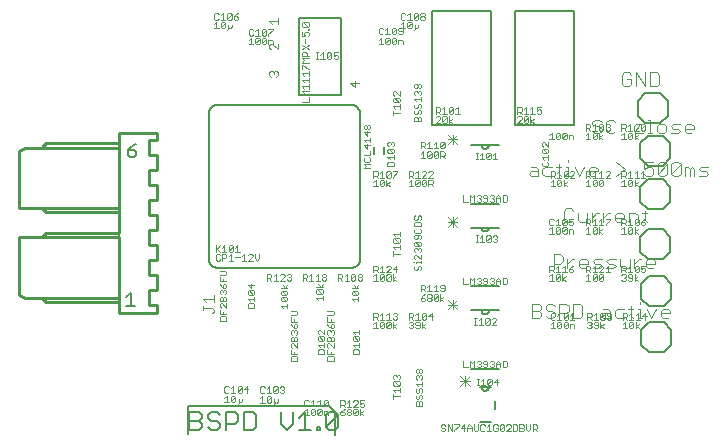
<source format=gbr>
G04 EAGLE Gerber RS-274X export*
G75*
%MOMM*%
%FSLAX34Y34*%
%LPD*%
%INSilkscreen Top*%
%IPPOS*%
%AMOC8*
5,1,8,0,0,1.08239X$1,22.5*%
G01*
%ADD10C,0.127000*%
%ADD11C,0.152400*%
%ADD12C,0.076200*%
%ADD13C,0.050800*%
%ADD14C,0.203200*%
%ADD15C,0.101600*%
%ADD16C,0.200000*%
%ADD17C,0.254000*%
%ADD18C,0.177800*%


D10*
X49635Y3635D02*
X49635Y19142D01*
X57389Y19142D01*
X59973Y16558D01*
X59973Y13973D01*
X57389Y11389D01*
X59973Y8804D01*
X59973Y6220D01*
X57389Y3635D01*
X49635Y3635D01*
X49635Y11389D02*
X57389Y11389D01*
X72825Y19142D02*
X75409Y16558D01*
X72825Y19142D02*
X67656Y19142D01*
X65071Y16558D01*
X65071Y13973D01*
X67656Y11389D01*
X72825Y11389D01*
X75409Y8804D01*
X75409Y6220D01*
X72825Y3635D01*
X67656Y3635D01*
X65071Y6220D01*
X80507Y3635D02*
X80507Y19142D01*
X88261Y19142D01*
X90845Y16558D01*
X90845Y11389D01*
X88261Y8804D01*
X80507Y8804D01*
X95943Y3635D02*
X95943Y19142D01*
X95943Y3635D02*
X103697Y3635D01*
X106281Y6220D01*
X106281Y16558D01*
X103697Y19142D01*
X95943Y19142D01*
X126815Y19142D02*
X126815Y8804D01*
X131984Y3635D01*
X137153Y8804D01*
X137153Y19142D01*
X142251Y13973D02*
X147420Y19142D01*
X147420Y3635D01*
X142251Y3635D02*
X152590Y3635D01*
X157687Y3635D02*
X157687Y6220D01*
X160272Y6220D01*
X160272Y3635D01*
X157687Y3635D01*
X165405Y6220D02*
X165405Y16558D01*
X167990Y19142D01*
X173159Y19142D01*
X175744Y16558D01*
X175744Y6220D01*
X173159Y3635D01*
X167990Y3635D01*
X165405Y6220D01*
X175744Y16558D01*
D11*
X173000Y19000D02*
X173000Y-1000D01*
X173000Y19000D02*
X168000Y24000D01*
X48000Y24000D01*
X48000Y0D01*
X288316Y195108D02*
X311684Y195108D01*
X311684Y244892D02*
X303048Y244892D01*
X296952Y244892D01*
X288316Y244892D01*
X296952Y244892D02*
X296954Y244783D01*
X296960Y244675D01*
X296969Y244566D01*
X296983Y244458D01*
X297000Y244351D01*
X297022Y244244D01*
X297047Y244138D01*
X297075Y244033D01*
X297108Y243929D01*
X297144Y243827D01*
X297184Y243726D01*
X297227Y243626D01*
X297274Y243528D01*
X297325Y243431D01*
X297379Y243337D01*
X297436Y243244D01*
X297496Y243154D01*
X297560Y243065D01*
X297627Y242979D01*
X297696Y242896D01*
X297769Y242815D01*
X297845Y242737D01*
X297923Y242661D01*
X298004Y242588D01*
X298087Y242519D01*
X298173Y242452D01*
X298262Y242388D01*
X298352Y242328D01*
X298445Y242271D01*
X298539Y242217D01*
X298636Y242166D01*
X298734Y242119D01*
X298834Y242076D01*
X298935Y242036D01*
X299037Y242000D01*
X299141Y241967D01*
X299246Y241939D01*
X299352Y241914D01*
X299459Y241892D01*
X299566Y241875D01*
X299674Y241861D01*
X299783Y241852D01*
X299891Y241846D01*
X300000Y241844D01*
X300109Y241846D01*
X300217Y241852D01*
X300326Y241861D01*
X300434Y241875D01*
X300541Y241892D01*
X300648Y241914D01*
X300754Y241939D01*
X300859Y241967D01*
X300963Y242000D01*
X301065Y242036D01*
X301166Y242076D01*
X301266Y242119D01*
X301364Y242166D01*
X301461Y242217D01*
X301555Y242271D01*
X301648Y242328D01*
X301738Y242388D01*
X301827Y242452D01*
X301913Y242519D01*
X301996Y242588D01*
X302077Y242661D01*
X302155Y242737D01*
X302231Y242815D01*
X302304Y242896D01*
X302373Y242979D01*
X302440Y243065D01*
X302504Y243154D01*
X302564Y243244D01*
X302621Y243337D01*
X302675Y243431D01*
X302726Y243528D01*
X302773Y243626D01*
X302816Y243726D01*
X302856Y243827D01*
X302892Y243929D01*
X302925Y244033D01*
X302953Y244138D01*
X302978Y244244D01*
X303000Y244351D01*
X303017Y244458D01*
X303031Y244566D01*
X303040Y244675D01*
X303046Y244783D01*
X303048Y244892D01*
D12*
X276342Y245740D02*
X268377Y253706D01*
X276342Y253706D02*
X268377Y245740D01*
X268377Y249723D02*
X276342Y249723D01*
X272360Y245740D02*
X272360Y253706D01*
D13*
X291804Y232846D02*
X293636Y232846D01*
X292720Y232846D02*
X292720Y238343D01*
X291804Y238343D02*
X293636Y238343D01*
X295487Y236510D02*
X297319Y238343D01*
X297319Y232846D01*
X295487Y232846D02*
X299152Y232846D01*
X301012Y233762D02*
X301012Y237427D01*
X301928Y238343D01*
X303760Y238343D01*
X304676Y237427D01*
X304676Y233762D01*
X303760Y232846D01*
X301928Y232846D01*
X301012Y233762D01*
X304676Y237427D01*
X306537Y236510D02*
X308369Y238343D01*
X308369Y232846D01*
X306537Y232846D02*
X310201Y232846D01*
X281612Y202379D02*
X281612Y196882D01*
X285276Y196882D01*
X287137Y196882D02*
X287137Y202379D01*
X288969Y200546D01*
X290801Y202379D01*
X290801Y196882D01*
X292661Y201463D02*
X293578Y202379D01*
X295410Y202379D01*
X296326Y201463D01*
X296326Y200546D01*
X295410Y199630D01*
X294494Y199630D01*
X295410Y199630D02*
X296326Y198714D01*
X296326Y197798D01*
X295410Y196882D01*
X293578Y196882D01*
X292661Y197798D01*
X298186Y197798D02*
X299102Y196882D01*
X300935Y196882D01*
X301851Y197798D01*
X301851Y201463D01*
X300935Y202379D01*
X299102Y202379D01*
X298186Y201463D01*
X298186Y200546D01*
X299102Y199630D01*
X301851Y199630D01*
X303711Y201463D02*
X304627Y202379D01*
X306459Y202379D01*
X307375Y201463D01*
X307375Y200546D01*
X306459Y199630D01*
X305543Y199630D01*
X306459Y199630D02*
X307375Y198714D01*
X307375Y197798D01*
X306459Y196882D01*
X304627Y196882D01*
X303711Y197798D01*
X309236Y196882D02*
X309236Y200546D01*
X311068Y202379D01*
X312900Y200546D01*
X312900Y196882D01*
X312900Y199630D02*
X309236Y199630D01*
X314760Y196882D02*
X314760Y202379D01*
X314760Y196882D02*
X317509Y196882D01*
X318425Y197798D01*
X318425Y201463D01*
X317509Y202379D01*
X314760Y202379D01*
X355364Y217144D02*
X355364Y222641D01*
X358112Y222641D01*
X359028Y221725D01*
X359028Y219892D01*
X358112Y218976D01*
X355364Y218976D01*
X357196Y218976D02*
X359028Y217144D01*
X360889Y220808D02*
X362721Y222641D01*
X362721Y217144D01*
X360889Y217144D02*
X364553Y217144D01*
X366413Y218060D02*
X366413Y221725D01*
X367330Y222641D01*
X369162Y222641D01*
X370078Y221725D01*
X370078Y218060D01*
X369162Y217144D01*
X367330Y217144D01*
X366413Y218060D01*
X370078Y221725D01*
X371938Y217144D02*
X375603Y217144D01*
X375603Y220808D02*
X371938Y217144D01*
X375603Y220808D02*
X375603Y221725D01*
X374687Y222641D01*
X372854Y222641D01*
X371938Y221725D01*
X357196Y215431D02*
X355364Y213598D01*
X357196Y215431D02*
X357196Y209934D01*
X355364Y209934D02*
X359028Y209934D01*
X360889Y210850D02*
X360889Y214515D01*
X361805Y215431D01*
X363637Y215431D01*
X364553Y214515D01*
X364553Y210850D01*
X363637Y209934D01*
X361805Y209934D01*
X360889Y210850D01*
X364553Y214515D01*
X366413Y215431D02*
X366413Y209934D01*
X366413Y211766D02*
X369162Y209934D01*
X366413Y211766D02*
X369162Y213598D01*
X385364Y217144D02*
X385364Y222641D01*
X388112Y222641D01*
X389028Y221725D01*
X389028Y219892D01*
X388112Y218976D01*
X385364Y218976D01*
X387196Y218976D02*
X389028Y217144D01*
X390889Y220808D02*
X392721Y222641D01*
X392721Y217144D01*
X390889Y217144D02*
X394553Y217144D01*
X396413Y220808D02*
X398246Y222641D01*
X398246Y217144D01*
X400078Y217144D02*
X396413Y217144D01*
X401938Y217144D02*
X405603Y217144D01*
X405603Y220808D02*
X401938Y217144D01*
X405603Y220808D02*
X405603Y221725D01*
X404687Y222641D01*
X402854Y222641D01*
X401938Y221725D01*
X387196Y215431D02*
X385364Y213598D01*
X387196Y215431D02*
X387196Y209934D01*
X385364Y209934D02*
X389028Y209934D01*
X390889Y210850D02*
X390889Y214515D01*
X391805Y215431D01*
X393637Y215431D01*
X394553Y214515D01*
X394553Y210850D01*
X393637Y209934D01*
X391805Y209934D01*
X390889Y210850D01*
X394553Y214515D01*
X396413Y214515D02*
X396413Y210850D01*
X396413Y214515D02*
X397330Y215431D01*
X399162Y215431D01*
X400078Y214515D01*
X400078Y210850D01*
X399162Y209934D01*
X397330Y209934D01*
X396413Y210850D01*
X400078Y214515D01*
X348785Y230710D02*
X347869Y229793D01*
X347869Y227961D01*
X348785Y227045D01*
X352450Y227045D01*
X353366Y227961D01*
X353366Y229793D01*
X352450Y230710D01*
X349702Y232570D02*
X347869Y234402D01*
X353366Y234402D01*
X353366Y232570D02*
X353366Y236234D01*
X352450Y238095D02*
X348785Y238095D01*
X347869Y239011D01*
X347869Y240843D01*
X348785Y241759D01*
X352450Y241759D01*
X353366Y240843D01*
X353366Y239011D01*
X352450Y238095D01*
X348785Y241759D01*
X353366Y243619D02*
X353366Y247284D01*
X349702Y247284D02*
X353366Y243619D01*
X349702Y247284D02*
X348785Y247284D01*
X347869Y246368D01*
X347869Y244535D01*
X348785Y243619D01*
X354364Y253598D02*
X356196Y255431D01*
X356196Y249934D01*
X354364Y249934D02*
X358028Y249934D01*
X359889Y250850D02*
X359889Y254515D01*
X360805Y255431D01*
X362637Y255431D01*
X363553Y254515D01*
X363553Y250850D01*
X362637Y249934D01*
X360805Y249934D01*
X359889Y250850D01*
X363553Y254515D01*
X365413Y254515D02*
X365413Y250850D01*
X365413Y254515D02*
X366330Y255431D01*
X368162Y255431D01*
X369078Y254515D01*
X369078Y250850D01*
X368162Y249934D01*
X366330Y249934D01*
X365413Y250850D01*
X369078Y254515D01*
X370938Y253598D02*
X370938Y249934D01*
X370938Y253598D02*
X373687Y253598D01*
X374603Y252682D01*
X374603Y249934D01*
X385364Y257144D02*
X385364Y262641D01*
X388112Y262641D01*
X389028Y261725D01*
X389028Y259892D01*
X388112Y258976D01*
X385364Y258976D01*
X387196Y258976D02*
X389028Y257144D01*
X390889Y260808D02*
X392721Y262641D01*
X392721Y257144D01*
X390889Y257144D02*
X394553Y257144D01*
X396413Y258060D02*
X396413Y261725D01*
X397330Y262641D01*
X399162Y262641D01*
X400078Y261725D01*
X400078Y258060D01*
X399162Y257144D01*
X397330Y257144D01*
X396413Y258060D01*
X400078Y261725D01*
X401938Y261725D02*
X402854Y262641D01*
X404687Y262641D01*
X405603Y261725D01*
X405603Y260808D01*
X404687Y259892D01*
X403770Y259892D01*
X404687Y259892D02*
X405603Y258976D01*
X405603Y258060D01*
X404687Y257144D01*
X402854Y257144D01*
X401938Y258060D01*
X387196Y255431D02*
X385364Y253598D01*
X387196Y255431D02*
X387196Y249934D01*
X385364Y249934D02*
X389028Y249934D01*
X390889Y250850D02*
X390889Y254515D01*
X391805Y255431D01*
X393637Y255431D01*
X394553Y254515D01*
X394553Y250850D01*
X393637Y249934D01*
X391805Y249934D01*
X390889Y250850D01*
X394553Y254515D01*
X396413Y255431D02*
X396413Y249934D01*
X396413Y251766D02*
X399162Y249934D01*
X396413Y251766D02*
X399162Y253598D01*
D11*
X311684Y125108D02*
X288316Y125108D01*
X303048Y174892D02*
X311684Y174892D01*
X303048Y174892D02*
X296952Y174892D01*
X288316Y174892D01*
X296952Y174892D02*
X296954Y174783D01*
X296960Y174675D01*
X296969Y174566D01*
X296983Y174458D01*
X297000Y174351D01*
X297022Y174244D01*
X297047Y174138D01*
X297075Y174033D01*
X297108Y173929D01*
X297144Y173827D01*
X297184Y173726D01*
X297227Y173626D01*
X297274Y173528D01*
X297325Y173431D01*
X297379Y173337D01*
X297436Y173244D01*
X297496Y173154D01*
X297560Y173065D01*
X297627Y172979D01*
X297696Y172896D01*
X297769Y172815D01*
X297845Y172737D01*
X297923Y172661D01*
X298004Y172588D01*
X298087Y172519D01*
X298173Y172452D01*
X298262Y172388D01*
X298352Y172328D01*
X298445Y172271D01*
X298539Y172217D01*
X298636Y172166D01*
X298734Y172119D01*
X298834Y172076D01*
X298935Y172036D01*
X299037Y172000D01*
X299141Y171967D01*
X299246Y171939D01*
X299352Y171914D01*
X299459Y171892D01*
X299566Y171875D01*
X299674Y171861D01*
X299783Y171852D01*
X299891Y171846D01*
X300000Y171844D01*
X300109Y171846D01*
X300217Y171852D01*
X300326Y171861D01*
X300434Y171875D01*
X300541Y171892D01*
X300648Y171914D01*
X300754Y171939D01*
X300859Y171967D01*
X300963Y172000D01*
X301065Y172036D01*
X301166Y172076D01*
X301266Y172119D01*
X301364Y172166D01*
X301461Y172217D01*
X301555Y172271D01*
X301648Y172328D01*
X301738Y172388D01*
X301827Y172452D01*
X301913Y172519D01*
X301996Y172588D01*
X302077Y172661D01*
X302155Y172737D01*
X302231Y172815D01*
X302304Y172896D01*
X302373Y172979D01*
X302440Y173065D01*
X302504Y173154D01*
X302564Y173244D01*
X302621Y173337D01*
X302675Y173431D01*
X302726Y173528D01*
X302773Y173626D01*
X302816Y173726D01*
X302856Y173827D01*
X302892Y173929D01*
X302925Y174033D01*
X302953Y174138D01*
X302978Y174244D01*
X303000Y174351D01*
X303017Y174458D01*
X303031Y174566D01*
X303040Y174675D01*
X303046Y174783D01*
X303048Y174892D01*
D12*
X276342Y175740D02*
X268377Y183706D01*
X276342Y183706D02*
X268377Y175740D01*
X268377Y179723D02*
X276342Y179723D01*
X272360Y175740D02*
X272360Y183706D01*
D13*
X291804Y162846D02*
X293636Y162846D01*
X292720Y162846D02*
X292720Y168343D01*
X291804Y168343D02*
X293636Y168343D01*
X295487Y166510D02*
X297319Y168343D01*
X297319Y162846D01*
X295487Y162846D02*
X299152Y162846D01*
X301012Y163762D02*
X301012Y167427D01*
X301928Y168343D01*
X303760Y168343D01*
X304676Y167427D01*
X304676Y163762D01*
X303760Y162846D01*
X301928Y162846D01*
X301012Y163762D01*
X304676Y167427D01*
X306537Y167427D02*
X307453Y168343D01*
X309285Y168343D01*
X310201Y167427D01*
X310201Y166510D01*
X309285Y165594D01*
X308369Y165594D01*
X309285Y165594D02*
X310201Y164678D01*
X310201Y163762D01*
X309285Y162846D01*
X307453Y162846D01*
X306537Y163762D01*
X281612Y132379D02*
X281612Y126882D01*
X285276Y126882D01*
X287137Y126882D02*
X287137Y132379D01*
X288969Y130546D01*
X290801Y132379D01*
X290801Y126882D01*
X292661Y131463D02*
X293578Y132379D01*
X295410Y132379D01*
X296326Y131463D01*
X296326Y130546D01*
X295410Y129630D01*
X294494Y129630D01*
X295410Y129630D02*
X296326Y128714D01*
X296326Y127798D01*
X295410Y126882D01*
X293578Y126882D01*
X292661Y127798D01*
X298186Y127798D02*
X299102Y126882D01*
X300935Y126882D01*
X301851Y127798D01*
X301851Y131463D01*
X300935Y132379D01*
X299102Y132379D01*
X298186Y131463D01*
X298186Y130546D01*
X299102Y129630D01*
X301851Y129630D01*
X303711Y131463D02*
X304627Y132379D01*
X306459Y132379D01*
X307375Y131463D01*
X307375Y130546D01*
X306459Y129630D01*
X305543Y129630D01*
X306459Y129630D02*
X307375Y128714D01*
X307375Y127798D01*
X306459Y126882D01*
X304627Y126882D01*
X303711Y127798D01*
X309236Y126882D02*
X309236Y130546D01*
X311068Y132379D01*
X312900Y130546D01*
X312900Y126882D01*
X312900Y129630D02*
X309236Y129630D01*
X314760Y126882D02*
X314760Y132379D01*
X314760Y126882D02*
X317509Y126882D01*
X318425Y127798D01*
X318425Y131463D01*
X317509Y132379D01*
X314760Y132379D01*
X354364Y137144D02*
X354364Y142641D01*
X357112Y142641D01*
X358028Y141725D01*
X358028Y139892D01*
X357112Y138976D01*
X354364Y138976D01*
X356196Y138976D02*
X358028Y137144D01*
X359889Y140808D02*
X361721Y142641D01*
X361721Y137144D01*
X359889Y137144D02*
X363553Y137144D01*
X365413Y140808D02*
X367246Y142641D01*
X367246Y137144D01*
X369078Y137144D02*
X365413Y137144D01*
X372770Y141725D02*
X374603Y142641D01*
X372770Y141725D02*
X370938Y139892D01*
X370938Y138060D01*
X371854Y137144D01*
X373687Y137144D01*
X374603Y138060D01*
X374603Y138976D01*
X373687Y139892D01*
X370938Y139892D01*
X356196Y135431D02*
X354364Y133598D01*
X356196Y135431D02*
X356196Y129934D01*
X354364Y129934D02*
X358028Y129934D01*
X359889Y130850D02*
X359889Y134515D01*
X360805Y135431D01*
X362637Y135431D01*
X363553Y134515D01*
X363553Y130850D01*
X362637Y129934D01*
X360805Y129934D01*
X359889Y130850D01*
X363553Y134515D01*
X365413Y135431D02*
X365413Y129934D01*
X365413Y131766D02*
X368162Y129934D01*
X365413Y131766D02*
X368162Y133598D01*
X385364Y137144D02*
X385364Y142641D01*
X388112Y142641D01*
X389028Y141725D01*
X389028Y139892D01*
X388112Y138976D01*
X385364Y138976D01*
X387196Y138976D02*
X389028Y137144D01*
X390889Y140808D02*
X392721Y142641D01*
X392721Y137144D01*
X390889Y137144D02*
X394553Y137144D01*
X396413Y137144D02*
X400078Y137144D01*
X400078Y140808D02*
X396413Y137144D01*
X400078Y140808D02*
X400078Y141725D01*
X399162Y142641D01*
X397330Y142641D01*
X396413Y141725D01*
X401938Y140808D02*
X403770Y142641D01*
X403770Y137144D01*
X401938Y137144D02*
X405603Y137144D01*
X387196Y135431D02*
X385364Y133598D01*
X387196Y135431D02*
X387196Y129934D01*
X385364Y129934D02*
X389028Y129934D01*
X390889Y130850D02*
X390889Y134515D01*
X391805Y135431D01*
X393637Y135431D01*
X394553Y134515D01*
X394553Y130850D01*
X393637Y129934D01*
X391805Y129934D01*
X390889Y130850D01*
X394553Y134515D01*
X396413Y134515D02*
X396413Y130850D01*
X396413Y134515D02*
X397330Y135431D01*
X399162Y135431D01*
X400078Y134515D01*
X400078Y130850D01*
X399162Y129934D01*
X397330Y129934D01*
X396413Y130850D01*
X400078Y134515D01*
X358028Y181455D02*
X357112Y182371D01*
X355280Y182371D01*
X354364Y181455D01*
X354364Y177790D01*
X355280Y176874D01*
X357112Y176874D01*
X358028Y177790D01*
X359889Y180538D02*
X361721Y182371D01*
X361721Y176874D01*
X359889Y176874D02*
X363553Y176874D01*
X365413Y177790D02*
X365413Y181455D01*
X366330Y182371D01*
X368162Y182371D01*
X369078Y181455D01*
X369078Y177790D01*
X368162Y176874D01*
X366330Y176874D01*
X365413Y177790D01*
X369078Y181455D01*
X370938Y182371D02*
X374603Y182371D01*
X370938Y182371D02*
X370938Y179622D01*
X372770Y180538D01*
X373687Y180538D01*
X374603Y179622D01*
X374603Y177790D01*
X373687Y176874D01*
X371854Y176874D01*
X370938Y177790D01*
X356196Y175431D02*
X354364Y173598D01*
X356196Y175431D02*
X356196Y169934D01*
X354364Y169934D02*
X358028Y169934D01*
X359889Y170850D02*
X359889Y174515D01*
X360805Y175431D01*
X362637Y175431D01*
X363553Y174515D01*
X363553Y170850D01*
X362637Y169934D01*
X360805Y169934D01*
X359889Y170850D01*
X363553Y174515D01*
X365413Y174515D02*
X365413Y170850D01*
X365413Y174515D02*
X366330Y175431D01*
X368162Y175431D01*
X369078Y174515D01*
X369078Y170850D01*
X368162Y169934D01*
X366330Y169934D01*
X365413Y170850D01*
X369078Y174515D01*
X370938Y173598D02*
X370938Y169934D01*
X370938Y173598D02*
X373687Y173598D01*
X374603Y172682D01*
X374603Y169934D01*
X385364Y177144D02*
X385364Y182641D01*
X388112Y182641D01*
X389028Y181725D01*
X389028Y179892D01*
X388112Y178976D01*
X385364Y178976D01*
X387196Y178976D02*
X389028Y177144D01*
X390889Y180808D02*
X392721Y182641D01*
X392721Y177144D01*
X390889Y177144D02*
X394553Y177144D01*
X396413Y180808D02*
X398246Y182641D01*
X398246Y177144D01*
X400078Y177144D02*
X396413Y177144D01*
X401938Y182641D02*
X405603Y182641D01*
X405603Y181725D01*
X401938Y178060D01*
X401938Y177144D01*
X387196Y175431D02*
X385364Y173598D01*
X387196Y175431D02*
X387196Y169934D01*
X385364Y169934D02*
X389028Y169934D01*
X390889Y170850D02*
X390889Y174515D01*
X391805Y175431D01*
X393637Y175431D01*
X394553Y174515D01*
X394553Y170850D01*
X393637Y169934D01*
X391805Y169934D01*
X390889Y170850D01*
X394553Y174515D01*
X396413Y175431D02*
X396413Y169934D01*
X396413Y171766D02*
X399162Y169934D01*
X396413Y171766D02*
X399162Y173598D01*
X175364Y135641D02*
X175364Y130144D01*
X175364Y135641D02*
X178112Y135641D01*
X179028Y134725D01*
X179028Y132892D01*
X178112Y131976D01*
X175364Y131976D01*
X177196Y131976D02*
X179028Y130144D01*
X180889Y133808D02*
X182721Y135641D01*
X182721Y130144D01*
X180889Y130144D02*
X184553Y130144D01*
X186413Y131060D02*
X186413Y134725D01*
X187330Y135641D01*
X189162Y135641D01*
X190078Y134725D01*
X190078Y131060D01*
X189162Y130144D01*
X187330Y130144D01*
X186413Y131060D01*
X190078Y134725D01*
X191938Y134725D02*
X192854Y135641D01*
X194687Y135641D01*
X195603Y134725D01*
X195603Y133808D01*
X194687Y132892D01*
X195603Y131976D01*
X195603Y131060D01*
X194687Y130144D01*
X192854Y130144D01*
X191938Y131060D01*
X191938Y131976D01*
X192854Y132892D01*
X191938Y133808D01*
X191938Y134725D01*
X192854Y132892D02*
X194687Y132892D01*
X186929Y114323D02*
X188762Y112491D01*
X186929Y114323D02*
X192426Y114323D01*
X192426Y112491D02*
X192426Y116155D01*
X191510Y118015D02*
X187845Y118015D01*
X186929Y118931D01*
X186929Y120764D01*
X187845Y121680D01*
X191510Y121680D01*
X192426Y120764D01*
X192426Y118931D01*
X191510Y118015D01*
X187845Y121680D01*
X186929Y123540D02*
X192426Y123540D01*
X190594Y123540D02*
X192426Y126288D01*
X190594Y123540D02*
X188762Y126288D01*
X145364Y130144D02*
X145364Y135641D01*
X148112Y135641D01*
X149028Y134725D01*
X149028Y132892D01*
X148112Y131976D01*
X145364Y131976D01*
X147196Y131976D02*
X149028Y130144D01*
X150889Y133808D02*
X152721Y135641D01*
X152721Y130144D01*
X150889Y130144D02*
X154553Y130144D01*
X156413Y133808D02*
X158246Y135641D01*
X158246Y130144D01*
X160078Y130144D02*
X156413Y130144D01*
X161938Y134725D02*
X162854Y135641D01*
X164687Y135641D01*
X165603Y134725D01*
X165603Y133808D01*
X164687Y132892D01*
X165603Y131976D01*
X165603Y131060D01*
X164687Y130144D01*
X162854Y130144D01*
X161938Y131060D01*
X161938Y131976D01*
X162854Y132892D01*
X161938Y133808D01*
X161938Y134725D01*
X162854Y132892D02*
X164687Y132892D01*
X156929Y115323D02*
X158762Y113491D01*
X156929Y115323D02*
X162426Y115323D01*
X162426Y113491D02*
X162426Y117155D01*
X161510Y119015D02*
X157845Y119015D01*
X156929Y119931D01*
X156929Y121764D01*
X157845Y122680D01*
X161510Y122680D01*
X162426Y121764D01*
X162426Y119931D01*
X161510Y119015D01*
X157845Y122680D01*
X156929Y124540D02*
X162426Y124540D01*
X160594Y124540D02*
X162426Y127288D01*
X160594Y124540D02*
X158762Y127288D01*
X103568Y342185D02*
X102652Y343101D01*
X100820Y343101D01*
X99904Y342185D01*
X99904Y338520D01*
X100820Y337604D01*
X102652Y337604D01*
X103568Y338520D01*
X105429Y341268D02*
X107261Y343101D01*
X107261Y337604D01*
X105429Y337604D02*
X109093Y337604D01*
X110953Y338520D02*
X110953Y342185D01*
X111870Y343101D01*
X113702Y343101D01*
X114618Y342185D01*
X114618Y338520D01*
X113702Y337604D01*
X111870Y337604D01*
X110953Y338520D01*
X114618Y342185D01*
X116478Y343101D02*
X120143Y343101D01*
X120143Y342185D01*
X116478Y338520D01*
X116478Y337604D01*
X101736Y335701D02*
X99904Y333868D01*
X101736Y335701D02*
X101736Y330204D01*
X99904Y330204D02*
X103568Y330204D01*
X105429Y331120D02*
X105429Y334785D01*
X106345Y335701D01*
X108177Y335701D01*
X109093Y334785D01*
X109093Y331120D01*
X108177Y330204D01*
X106345Y330204D01*
X105429Y331120D01*
X109093Y334785D01*
X110953Y334785D02*
X110953Y331120D01*
X110953Y334785D02*
X111870Y335701D01*
X113702Y335701D01*
X114618Y334785D01*
X114618Y331120D01*
X113702Y330204D01*
X111870Y330204D01*
X110953Y331120D01*
X114618Y334785D01*
X116478Y333868D02*
X116478Y330204D01*
X116478Y333868D02*
X119227Y333868D01*
X120143Y332952D01*
X120143Y330204D01*
X231302Y356451D02*
X232218Y355535D01*
X231302Y356451D02*
X229470Y356451D01*
X228554Y355535D01*
X228554Y351870D01*
X229470Y350954D01*
X231302Y350954D01*
X232218Y351870D01*
X234079Y354618D02*
X235911Y356451D01*
X235911Y350954D01*
X234079Y350954D02*
X237743Y350954D01*
X239603Y351870D02*
X239603Y355535D01*
X240520Y356451D01*
X242352Y356451D01*
X243268Y355535D01*
X243268Y351870D01*
X242352Y350954D01*
X240520Y350954D01*
X239603Y351870D01*
X243268Y355535D01*
X245128Y355535D02*
X246044Y356451D01*
X247877Y356451D01*
X248793Y355535D01*
X248793Y354618D01*
X247877Y353702D01*
X248793Y352786D01*
X248793Y351870D01*
X247877Y350954D01*
X246044Y350954D01*
X245128Y351870D01*
X245128Y352786D01*
X246044Y353702D01*
X245128Y354618D01*
X245128Y355535D01*
X246044Y353702D02*
X247877Y353702D01*
X230386Y349351D02*
X228554Y347518D01*
X230386Y349351D02*
X230386Y343854D01*
X228554Y343854D02*
X232218Y343854D01*
X234079Y344770D02*
X234079Y348435D01*
X234995Y349351D01*
X236827Y349351D01*
X237743Y348435D01*
X237743Y344770D01*
X236827Y343854D01*
X234995Y343854D01*
X234079Y344770D01*
X237743Y348435D01*
X240520Y346602D02*
X240520Y344770D01*
X241436Y343854D01*
X242352Y343854D01*
X243268Y344770D01*
X243268Y346602D01*
X240520Y344770D02*
X240520Y342938D01*
X239603Y342022D01*
X213568Y343185D02*
X212652Y344101D01*
X210820Y344101D01*
X209904Y343185D01*
X209904Y339520D01*
X210820Y338604D01*
X212652Y338604D01*
X213568Y339520D01*
X215429Y342268D02*
X217261Y344101D01*
X217261Y338604D01*
X215429Y338604D02*
X219093Y338604D01*
X220953Y339520D02*
X220953Y343185D01*
X221870Y344101D01*
X223702Y344101D01*
X224618Y343185D01*
X224618Y339520D01*
X223702Y338604D01*
X221870Y338604D01*
X220953Y339520D01*
X224618Y343185D01*
X226478Y339520D02*
X227394Y338604D01*
X229227Y338604D01*
X230143Y339520D01*
X230143Y343185D01*
X229227Y344101D01*
X227394Y344101D01*
X226478Y343185D01*
X226478Y342268D01*
X227394Y341352D01*
X230143Y341352D01*
X211736Y335701D02*
X209904Y333868D01*
X211736Y335701D02*
X211736Y330204D01*
X209904Y330204D02*
X213568Y330204D01*
X215429Y331120D02*
X215429Y334785D01*
X216345Y335701D01*
X218177Y335701D01*
X219093Y334785D01*
X219093Y331120D01*
X218177Y330204D01*
X216345Y330204D01*
X215429Y331120D01*
X219093Y334785D01*
X220953Y334785D02*
X220953Y331120D01*
X220953Y334785D02*
X221870Y335701D01*
X223702Y335701D01*
X224618Y334785D01*
X224618Y331120D01*
X223702Y330204D01*
X221870Y330204D01*
X220953Y331120D01*
X224618Y334785D01*
X226478Y333868D02*
X226478Y330204D01*
X226478Y333868D02*
X229227Y333868D01*
X230143Y332952D01*
X230143Y330204D01*
X74218Y355535D02*
X73302Y356451D01*
X71470Y356451D01*
X70554Y355535D01*
X70554Y351870D01*
X71470Y350954D01*
X73302Y350954D01*
X74218Y351870D01*
X76079Y354618D02*
X77911Y356451D01*
X77911Y350954D01*
X76079Y350954D02*
X79743Y350954D01*
X81603Y351870D02*
X81603Y355535D01*
X82520Y356451D01*
X84352Y356451D01*
X85268Y355535D01*
X85268Y351870D01*
X84352Y350954D01*
X82520Y350954D01*
X81603Y351870D01*
X85268Y355535D01*
X88960Y355535D02*
X90793Y356451D01*
X88960Y355535D02*
X87128Y353702D01*
X87128Y351870D01*
X88044Y350954D01*
X89877Y350954D01*
X90793Y351870D01*
X90793Y352786D01*
X89877Y353702D01*
X87128Y353702D01*
X72386Y349351D02*
X70554Y347518D01*
X72386Y349351D02*
X72386Y343854D01*
X70554Y343854D02*
X74218Y343854D01*
X76079Y344770D02*
X76079Y348435D01*
X76995Y349351D01*
X78827Y349351D01*
X79743Y348435D01*
X79743Y344770D01*
X78827Y343854D01*
X76995Y343854D01*
X76079Y344770D01*
X79743Y348435D01*
X82520Y346602D02*
X82520Y344770D01*
X83436Y343854D01*
X84352Y343854D01*
X85268Y344770D01*
X85268Y346602D01*
X82520Y344770D02*
X82520Y342938D01*
X81603Y342022D01*
D14*
X142220Y287234D02*
X177780Y287234D01*
X142220Y287234D02*
X142220Y352766D01*
X177780Y352766D01*
X177780Y287234D01*
D15*
X118508Y302816D02*
X117322Y304002D01*
X117322Y306375D01*
X118508Y307561D01*
X119695Y307561D01*
X120881Y306375D01*
X120881Y305189D01*
X120881Y306375D02*
X122067Y307561D01*
X123254Y307561D01*
X124440Y306375D01*
X124440Y304002D01*
X123254Y302816D01*
X185902Y297533D02*
X193020Y297533D01*
X189461Y293974D02*
X185902Y297533D01*
X189461Y298719D02*
X189461Y293974D01*
X119695Y347550D02*
X117322Y349923D01*
X124440Y349923D01*
X124440Y352295D02*
X124440Y347550D01*
X124346Y330675D02*
X124346Y325930D01*
X119601Y330675D01*
X118414Y330675D01*
X117228Y329489D01*
X117228Y327116D01*
X118414Y325930D01*
D13*
X156854Y317762D02*
X158686Y317762D01*
X157770Y317762D02*
X157770Y323259D01*
X156854Y323259D02*
X158686Y323259D01*
X160537Y321426D02*
X162369Y323259D01*
X162369Y317762D01*
X160537Y317762D02*
X164202Y317762D01*
X166062Y318678D02*
X166062Y322343D01*
X166978Y323259D01*
X168810Y323259D01*
X169726Y322343D01*
X169726Y318678D01*
X168810Y317762D01*
X166978Y317762D01*
X166062Y318678D01*
X169726Y322343D01*
X171587Y323259D02*
X175251Y323259D01*
X171587Y323259D02*
X171587Y320510D01*
X173419Y321426D01*
X174335Y321426D01*
X175251Y320510D01*
X175251Y318678D01*
X174335Y317762D01*
X172503Y317762D01*
X171587Y318678D01*
X150538Y281595D02*
X145041Y281595D01*
X150538Y281595D02*
X150538Y285259D01*
X150538Y287120D02*
X145041Y287120D01*
X146874Y288952D01*
X145041Y290784D01*
X150538Y290784D01*
X146874Y292644D02*
X145041Y294477D01*
X150538Y294477D01*
X150538Y296309D02*
X150538Y292644D01*
X146874Y298169D02*
X145041Y300001D01*
X150538Y300001D01*
X150538Y298169D02*
X150538Y301834D01*
X146874Y303694D02*
X145041Y305526D01*
X150538Y305526D01*
X150538Y303694D02*
X150538Y307358D01*
X145041Y309219D02*
X145041Y312883D01*
X145957Y312883D01*
X149622Y309219D01*
X150538Y309219D01*
X150538Y314743D02*
X145041Y314743D01*
X146874Y316576D01*
X145041Y318408D01*
X150538Y318408D01*
X150538Y320268D02*
X145041Y320268D01*
X145041Y323016D01*
X145957Y323932D01*
X147790Y323932D01*
X148706Y323016D01*
X148706Y320268D01*
X145041Y325793D02*
X150538Y329457D01*
X150538Y325793D02*
X145041Y329457D01*
X147790Y331317D02*
X147790Y334982D01*
X145041Y336842D02*
X145041Y340507D01*
X145041Y336842D02*
X147790Y336842D01*
X146874Y338674D01*
X146874Y339591D01*
X147790Y340507D01*
X149622Y340507D01*
X150538Y339591D01*
X150538Y337758D01*
X149622Y336842D01*
X149622Y342367D02*
X150538Y342367D01*
X149622Y342367D02*
X149622Y343283D01*
X150538Y343283D01*
X150538Y342367D01*
X149622Y345129D02*
X145957Y345129D01*
X145041Y346045D01*
X145041Y347878D01*
X145957Y348794D01*
X149622Y348794D01*
X150538Y347878D01*
X150538Y346045D01*
X149622Y345129D01*
X145957Y348794D01*
D11*
X295174Y10014D02*
X304826Y10014D01*
X308382Y21698D02*
X308382Y28302D01*
X304826Y39986D02*
X303048Y39986D01*
X296952Y39986D01*
X295174Y39986D01*
X296952Y39986D02*
X296954Y39877D01*
X296960Y39769D01*
X296969Y39660D01*
X296983Y39552D01*
X297000Y39445D01*
X297022Y39338D01*
X297047Y39232D01*
X297075Y39127D01*
X297108Y39023D01*
X297144Y38921D01*
X297184Y38820D01*
X297227Y38720D01*
X297274Y38622D01*
X297325Y38525D01*
X297379Y38431D01*
X297436Y38338D01*
X297496Y38248D01*
X297560Y38159D01*
X297627Y38073D01*
X297696Y37990D01*
X297769Y37909D01*
X297845Y37831D01*
X297923Y37755D01*
X298004Y37682D01*
X298087Y37613D01*
X298173Y37546D01*
X298262Y37482D01*
X298352Y37422D01*
X298445Y37365D01*
X298539Y37311D01*
X298636Y37260D01*
X298734Y37213D01*
X298834Y37170D01*
X298935Y37130D01*
X299037Y37094D01*
X299141Y37061D01*
X299246Y37033D01*
X299352Y37008D01*
X299459Y36986D01*
X299566Y36969D01*
X299674Y36955D01*
X299783Y36946D01*
X299891Y36940D01*
X300000Y36938D01*
X300109Y36940D01*
X300217Y36946D01*
X300326Y36955D01*
X300434Y36969D01*
X300541Y36986D01*
X300648Y37008D01*
X300754Y37033D01*
X300859Y37061D01*
X300963Y37094D01*
X301065Y37130D01*
X301166Y37170D01*
X301266Y37213D01*
X301364Y37260D01*
X301461Y37311D01*
X301555Y37365D01*
X301648Y37422D01*
X301738Y37482D01*
X301827Y37546D01*
X301913Y37613D01*
X301996Y37682D01*
X302077Y37755D01*
X302155Y37831D01*
X302231Y37909D01*
X302304Y37990D01*
X302373Y38073D01*
X302440Y38159D01*
X302504Y38248D01*
X302564Y38338D01*
X302621Y38431D01*
X302675Y38525D01*
X302726Y38622D01*
X302773Y38720D01*
X302816Y38820D01*
X302856Y38921D01*
X302892Y39023D01*
X302925Y39127D01*
X302953Y39232D01*
X302978Y39338D01*
X303000Y39445D01*
X303017Y39552D01*
X303031Y39660D01*
X303040Y39769D01*
X303046Y39877D01*
X303048Y39986D01*
D12*
X287010Y41088D02*
X279045Y49054D01*
X287010Y49054D02*
X279045Y41088D01*
X279045Y45071D02*
X287010Y45071D01*
X283028Y41088D02*
X283028Y49054D01*
D13*
X292710Y41654D02*
X294542Y41654D01*
X293626Y41654D02*
X293626Y47151D01*
X292710Y47151D02*
X294542Y47151D01*
X296393Y45318D02*
X298225Y47151D01*
X298225Y41654D01*
X296393Y41654D02*
X300058Y41654D01*
X301918Y42570D02*
X301918Y46235D01*
X302834Y47151D01*
X304666Y47151D01*
X305582Y46235D01*
X305582Y42570D01*
X304666Y41654D01*
X302834Y41654D01*
X301918Y42570D01*
X305582Y46235D01*
X310191Y47151D02*
X310191Y41654D01*
X307443Y44402D02*
X310191Y47151D01*
X311107Y44402D02*
X307443Y44402D01*
X266374Y7385D02*
X265458Y8301D01*
X263626Y8301D01*
X262710Y7385D01*
X262710Y6468D01*
X263626Y5552D01*
X265458Y5552D01*
X266374Y4636D01*
X266374Y3720D01*
X265458Y2804D01*
X263626Y2804D01*
X262710Y3720D01*
X268235Y2804D02*
X268235Y8301D01*
X271899Y2804D01*
X271899Y8301D01*
X273759Y8301D02*
X277424Y8301D01*
X277424Y7385D01*
X273759Y3720D01*
X273759Y2804D01*
X282033Y2804D02*
X282033Y8301D01*
X279284Y5552D01*
X282949Y5552D01*
X284809Y6468D02*
X284809Y2804D01*
X284809Y6468D02*
X286641Y8301D01*
X288473Y6468D01*
X288473Y2804D01*
X288473Y5552D02*
X284809Y5552D01*
X290334Y3720D02*
X290334Y8301D01*
X290334Y3720D02*
X291250Y2804D01*
X293082Y2804D01*
X293998Y3720D01*
X293998Y8301D01*
X298607Y8301D02*
X299523Y7385D01*
X298607Y8301D02*
X296774Y8301D01*
X295858Y7385D01*
X295858Y3720D01*
X296774Y2804D01*
X298607Y2804D01*
X299523Y3720D01*
X301383Y6468D02*
X303215Y8301D01*
X303215Y2804D01*
X301383Y2804D02*
X305047Y2804D01*
X309656Y8301D02*
X310572Y7385D01*
X309656Y8301D02*
X307824Y8301D01*
X306908Y7385D01*
X306908Y3720D01*
X307824Y2804D01*
X309656Y2804D01*
X310572Y3720D01*
X310572Y5552D01*
X308740Y5552D01*
X312432Y3720D02*
X312432Y7385D01*
X313349Y8301D01*
X315181Y8301D01*
X316097Y7385D01*
X316097Y3720D01*
X315181Y2804D01*
X313349Y2804D01*
X312432Y3720D01*
X316097Y7385D01*
X317957Y2804D02*
X321622Y2804D01*
X321622Y6468D02*
X317957Y2804D01*
X321622Y6468D02*
X321622Y7385D01*
X320706Y8301D01*
X318873Y8301D01*
X317957Y7385D01*
X323482Y8301D02*
X323482Y2804D01*
X326230Y2804D01*
X327146Y3720D01*
X327146Y7385D01*
X326230Y8301D01*
X323482Y8301D01*
X329007Y8301D02*
X329007Y2804D01*
X329007Y8301D02*
X331755Y8301D01*
X332671Y7385D01*
X332671Y6468D01*
X331755Y5552D01*
X332671Y4636D01*
X332671Y3720D01*
X331755Y2804D01*
X329007Y2804D01*
X329007Y5552D02*
X331755Y5552D01*
X334531Y4636D02*
X334531Y8301D01*
X334531Y4636D02*
X336364Y2804D01*
X338196Y4636D01*
X338196Y8301D01*
X340056Y8301D02*
X340056Y2804D01*
X340056Y8301D02*
X342804Y8301D01*
X343721Y7385D01*
X343721Y5552D01*
X342804Y4636D01*
X340056Y4636D01*
X341888Y4636D02*
X343721Y2804D01*
X415364Y217144D02*
X415364Y222641D01*
X418112Y222641D01*
X419028Y221725D01*
X419028Y219892D01*
X418112Y218976D01*
X415364Y218976D01*
X417196Y218976D02*
X419028Y217144D01*
X420889Y220808D02*
X422721Y222641D01*
X422721Y217144D01*
X420889Y217144D02*
X424553Y217144D01*
X426413Y220808D02*
X428246Y222641D01*
X428246Y217144D01*
X430078Y217144D02*
X426413Y217144D01*
X431938Y220808D02*
X433770Y222641D01*
X433770Y217144D01*
X431938Y217144D02*
X435603Y217144D01*
X417196Y215431D02*
X415364Y213598D01*
X417196Y215431D02*
X417196Y209934D01*
X415364Y209934D02*
X419028Y209934D01*
X420889Y210850D02*
X420889Y214515D01*
X421805Y215431D01*
X423637Y215431D01*
X424553Y214515D01*
X424553Y210850D01*
X423637Y209934D01*
X421805Y209934D01*
X420889Y210850D01*
X424553Y214515D01*
X426413Y215431D02*
X426413Y209934D01*
X426413Y211766D02*
X429162Y209934D01*
X426413Y211766D02*
X429162Y213598D01*
X415364Y257144D02*
X415364Y262641D01*
X418112Y262641D01*
X419028Y261725D01*
X419028Y259892D01*
X418112Y258976D01*
X415364Y258976D01*
X417196Y258976D02*
X419028Y257144D01*
X420889Y260808D02*
X422721Y262641D01*
X422721Y257144D01*
X420889Y257144D02*
X424553Y257144D01*
X426413Y257144D02*
X430078Y257144D01*
X430078Y260808D02*
X426413Y257144D01*
X430078Y260808D02*
X430078Y261725D01*
X429162Y262641D01*
X427330Y262641D01*
X426413Y261725D01*
X431938Y261725D02*
X431938Y258060D01*
X431938Y261725D02*
X432854Y262641D01*
X434687Y262641D01*
X435603Y261725D01*
X435603Y258060D01*
X434687Y257144D01*
X432854Y257144D01*
X431938Y258060D01*
X435603Y261725D01*
X417196Y255431D02*
X415364Y253598D01*
X417196Y255431D02*
X417196Y249934D01*
X415364Y249934D02*
X419028Y249934D01*
X420889Y250850D02*
X420889Y254515D01*
X421805Y255431D01*
X423637Y255431D01*
X424553Y254515D01*
X424553Y250850D01*
X423637Y249934D01*
X421805Y249934D01*
X420889Y250850D01*
X424553Y254515D01*
X426413Y255431D02*
X426413Y249934D01*
X426413Y251766D02*
X429162Y249934D01*
X426413Y251766D02*
X429162Y253598D01*
X163546Y68155D02*
X158049Y68155D01*
X163546Y68155D02*
X163546Y70903D01*
X162630Y71820D01*
X158965Y71820D01*
X158049Y70903D01*
X158049Y68155D01*
X159882Y73680D02*
X158049Y75512D01*
X163546Y75512D01*
X163546Y73680D02*
X163546Y77344D01*
X162630Y79205D02*
X158965Y79205D01*
X158049Y80121D01*
X158049Y81953D01*
X158965Y82869D01*
X162630Y82869D01*
X163546Y81953D01*
X163546Y80121D01*
X162630Y79205D01*
X158965Y82869D01*
X163546Y84729D02*
X163546Y88394D01*
X159882Y88394D02*
X163546Y84729D01*
X159882Y88394D02*
X158965Y88394D01*
X158049Y87478D01*
X158049Y85645D01*
X158965Y84729D01*
X140796Y62254D02*
X135299Y62254D01*
X140796Y62254D02*
X140796Y65002D01*
X139880Y65918D01*
X136215Y65918D01*
X135299Y65002D01*
X135299Y62254D01*
X135299Y67779D02*
X140796Y67779D01*
X135299Y67779D02*
X135299Y71443D01*
X138048Y69611D02*
X138048Y67779D01*
X140796Y73303D02*
X140796Y76968D01*
X137132Y76968D02*
X140796Y73303D01*
X137132Y76968D02*
X136215Y76968D01*
X135299Y76052D01*
X135299Y74220D01*
X136215Y73303D01*
X135299Y78828D02*
X140796Y78828D01*
X135299Y78828D02*
X135299Y81577D01*
X136215Y82493D01*
X137132Y82493D01*
X138048Y81577D01*
X138964Y82493D01*
X139880Y82493D01*
X140796Y81577D01*
X140796Y78828D01*
X138048Y78828D02*
X138048Y81577D01*
X136215Y84353D02*
X135299Y85269D01*
X135299Y87101D01*
X136215Y88017D01*
X137132Y88017D01*
X138048Y87101D01*
X138048Y86185D01*
X138048Y87101D02*
X138964Y88017D01*
X139880Y88017D01*
X140796Y87101D01*
X140796Y85269D01*
X139880Y84353D01*
X136215Y91710D02*
X135299Y93542D01*
X136215Y91710D02*
X138048Y89878D01*
X139880Y89878D01*
X140796Y90794D01*
X140796Y92626D01*
X139880Y93542D01*
X138964Y93542D01*
X138048Y92626D01*
X138048Y89878D01*
X140796Y95402D02*
X135299Y95402D01*
X135299Y99067D01*
X138048Y97235D02*
X138048Y95402D01*
X139880Y100927D02*
X135299Y100927D01*
X139880Y100927D02*
X140796Y101843D01*
X140796Y103675D01*
X139880Y104591D01*
X135299Y104591D01*
X104546Y107155D02*
X99049Y107155D01*
X104546Y107155D02*
X104546Y109903D01*
X103630Y110820D01*
X99965Y110820D01*
X99049Y109903D01*
X99049Y107155D01*
X100882Y112680D02*
X99049Y114512D01*
X104546Y114512D01*
X104546Y112680D02*
X104546Y116344D01*
X103630Y118205D02*
X99965Y118205D01*
X99049Y119121D01*
X99049Y120953D01*
X99965Y121869D01*
X103630Y121869D01*
X104546Y120953D01*
X104546Y119121D01*
X103630Y118205D01*
X99965Y121869D01*
X99049Y126478D02*
X104546Y126478D01*
X101798Y123729D02*
X99049Y126478D01*
X101798Y127394D02*
X101798Y123729D01*
X80796Y96254D02*
X75299Y96254D01*
X80796Y96254D02*
X80796Y99002D01*
X79880Y99918D01*
X76215Y99918D01*
X75299Y99002D01*
X75299Y96254D01*
X75299Y101779D02*
X80796Y101779D01*
X75299Y101779D02*
X75299Y105443D01*
X78048Y103611D02*
X78048Y101779D01*
X80796Y107303D02*
X80796Y110968D01*
X77132Y110968D02*
X80796Y107303D01*
X77132Y110968D02*
X76215Y110968D01*
X75299Y110052D01*
X75299Y108220D01*
X76215Y107303D01*
X75299Y112828D02*
X80796Y112828D01*
X75299Y112828D02*
X75299Y115577D01*
X76215Y116493D01*
X77132Y116493D01*
X78048Y115577D01*
X78964Y116493D01*
X79880Y116493D01*
X80796Y115577D01*
X80796Y112828D01*
X78048Y112828D02*
X78048Y115577D01*
X76215Y118353D02*
X75299Y119269D01*
X75299Y121101D01*
X76215Y122017D01*
X77132Y122017D01*
X78048Y121101D01*
X78048Y120185D01*
X78048Y121101D02*
X78964Y122017D01*
X79880Y122017D01*
X80796Y121101D01*
X80796Y119269D01*
X79880Y118353D01*
X76215Y125710D02*
X75299Y127542D01*
X76215Y125710D02*
X78048Y123878D01*
X79880Y123878D01*
X80796Y124794D01*
X80796Y126626D01*
X79880Y127542D01*
X78964Y127542D01*
X78048Y126626D01*
X78048Y123878D01*
X80796Y129402D02*
X75299Y129402D01*
X75299Y133067D01*
X78048Y131235D02*
X78048Y129402D01*
X79880Y134927D02*
X75299Y134927D01*
X79880Y134927D02*
X80796Y135843D01*
X80796Y137675D01*
X79880Y138591D01*
X75299Y138591D01*
X188049Y68155D02*
X193546Y68155D01*
X193546Y70903D01*
X192630Y71820D01*
X188965Y71820D01*
X188049Y70903D01*
X188049Y68155D01*
X189882Y73680D02*
X188049Y75512D01*
X193546Y75512D01*
X193546Y73680D02*
X193546Y77344D01*
X192630Y79205D02*
X188965Y79205D01*
X188049Y80121D01*
X188049Y81953D01*
X188965Y82869D01*
X192630Y82869D01*
X193546Y81953D01*
X193546Y80121D01*
X192630Y79205D01*
X188965Y82869D01*
X189882Y84729D02*
X188049Y86562D01*
X193546Y86562D01*
X193546Y88394D02*
X193546Y84729D01*
X171796Y62254D02*
X166299Y62254D01*
X171796Y62254D02*
X171796Y65002D01*
X170880Y65918D01*
X167215Y65918D01*
X166299Y65002D01*
X166299Y62254D01*
X166299Y67779D02*
X171796Y67779D01*
X166299Y67779D02*
X166299Y71443D01*
X169048Y69611D02*
X169048Y67779D01*
X171796Y73303D02*
X171796Y76968D01*
X168132Y76968D02*
X171796Y73303D01*
X168132Y76968D02*
X167215Y76968D01*
X166299Y76052D01*
X166299Y74220D01*
X167215Y73303D01*
X166299Y78828D02*
X171796Y78828D01*
X166299Y78828D02*
X166299Y81577D01*
X167215Y82493D01*
X168132Y82493D01*
X169048Y81577D01*
X169964Y82493D01*
X170880Y82493D01*
X171796Y81577D01*
X171796Y78828D01*
X169048Y78828D02*
X169048Y81577D01*
X167215Y84353D02*
X166299Y85269D01*
X166299Y87101D01*
X167215Y88017D01*
X168132Y88017D01*
X169048Y87101D01*
X169048Y86185D01*
X169048Y87101D02*
X169964Y88017D01*
X170880Y88017D01*
X171796Y87101D01*
X171796Y85269D01*
X170880Y84353D01*
X167215Y91710D02*
X166299Y93542D01*
X167215Y91710D02*
X169048Y89878D01*
X170880Y89878D01*
X171796Y90794D01*
X171796Y92626D01*
X170880Y93542D01*
X169964Y93542D01*
X169048Y92626D01*
X169048Y89878D01*
X171796Y95402D02*
X166299Y95402D01*
X166299Y99067D01*
X169048Y97235D02*
X169048Y95402D01*
X170880Y100927D02*
X166299Y100927D01*
X170880Y100927D02*
X171796Y101843D01*
X171796Y103675D01*
X170880Y104591D01*
X166299Y104591D01*
D14*
X66000Y148500D02*
X66000Y271500D01*
X73500Y141000D02*
X186500Y141000D01*
X194000Y148500D02*
X194000Y271500D01*
X186500Y279000D02*
X73500Y279000D01*
X73319Y278998D01*
X73138Y278991D01*
X72957Y278980D01*
X72776Y278965D01*
X72596Y278945D01*
X72416Y278921D01*
X72237Y278893D01*
X72059Y278860D01*
X71882Y278823D01*
X71705Y278782D01*
X71530Y278737D01*
X71355Y278687D01*
X71182Y278633D01*
X71011Y278575D01*
X70840Y278513D01*
X70672Y278446D01*
X70505Y278376D01*
X70339Y278302D01*
X70176Y278223D01*
X70015Y278141D01*
X69855Y278055D01*
X69698Y277965D01*
X69543Y277871D01*
X69390Y277774D01*
X69240Y277672D01*
X69092Y277568D01*
X68946Y277459D01*
X68804Y277348D01*
X68664Y277232D01*
X68527Y277114D01*
X68392Y276992D01*
X68261Y276867D01*
X68133Y276739D01*
X68008Y276608D01*
X67886Y276473D01*
X67768Y276336D01*
X67652Y276196D01*
X67541Y276054D01*
X67432Y275908D01*
X67328Y275760D01*
X67226Y275610D01*
X67129Y275457D01*
X67035Y275302D01*
X66945Y275145D01*
X66859Y274985D01*
X66777Y274824D01*
X66698Y274661D01*
X66624Y274495D01*
X66554Y274328D01*
X66487Y274160D01*
X66425Y273989D01*
X66367Y273818D01*
X66313Y273645D01*
X66263Y273470D01*
X66218Y273295D01*
X66177Y273118D01*
X66140Y272941D01*
X66107Y272763D01*
X66079Y272584D01*
X66055Y272404D01*
X66035Y272224D01*
X66020Y272043D01*
X66009Y271862D01*
X66002Y271681D01*
X66000Y271500D01*
X66000Y148500D02*
X66002Y148319D01*
X66009Y148138D01*
X66020Y147957D01*
X66035Y147776D01*
X66055Y147596D01*
X66079Y147416D01*
X66107Y147237D01*
X66140Y147059D01*
X66177Y146882D01*
X66218Y146705D01*
X66263Y146530D01*
X66313Y146355D01*
X66367Y146182D01*
X66425Y146011D01*
X66487Y145840D01*
X66554Y145672D01*
X66624Y145505D01*
X66698Y145339D01*
X66777Y145176D01*
X66859Y145015D01*
X66945Y144855D01*
X67035Y144698D01*
X67129Y144543D01*
X67226Y144390D01*
X67328Y144240D01*
X67432Y144092D01*
X67541Y143946D01*
X67652Y143804D01*
X67768Y143664D01*
X67886Y143527D01*
X68008Y143392D01*
X68133Y143261D01*
X68261Y143133D01*
X68392Y143008D01*
X68527Y142886D01*
X68664Y142768D01*
X68804Y142652D01*
X68946Y142541D01*
X69092Y142432D01*
X69240Y142328D01*
X69390Y142226D01*
X69543Y142129D01*
X69698Y142035D01*
X69855Y141945D01*
X70015Y141859D01*
X70176Y141777D01*
X70339Y141698D01*
X70505Y141624D01*
X70672Y141554D01*
X70840Y141487D01*
X71011Y141425D01*
X71182Y141367D01*
X71355Y141313D01*
X71530Y141263D01*
X71705Y141218D01*
X71882Y141177D01*
X72059Y141140D01*
X72237Y141107D01*
X72416Y141079D01*
X72596Y141055D01*
X72776Y141035D01*
X72957Y141020D01*
X73138Y141009D01*
X73319Y141002D01*
X73500Y141000D01*
X186500Y141000D02*
X186681Y141002D01*
X186862Y141009D01*
X187043Y141020D01*
X187224Y141035D01*
X187404Y141055D01*
X187584Y141079D01*
X187763Y141107D01*
X187941Y141140D01*
X188118Y141177D01*
X188295Y141218D01*
X188470Y141263D01*
X188645Y141313D01*
X188818Y141367D01*
X188989Y141425D01*
X189160Y141487D01*
X189328Y141554D01*
X189495Y141624D01*
X189661Y141698D01*
X189824Y141777D01*
X189985Y141859D01*
X190145Y141945D01*
X190302Y142035D01*
X190457Y142129D01*
X190610Y142226D01*
X190760Y142328D01*
X190908Y142432D01*
X191054Y142541D01*
X191196Y142652D01*
X191336Y142768D01*
X191473Y142886D01*
X191608Y143008D01*
X191739Y143133D01*
X191867Y143261D01*
X191992Y143392D01*
X192114Y143527D01*
X192232Y143664D01*
X192348Y143804D01*
X192459Y143946D01*
X192568Y144092D01*
X192672Y144240D01*
X192774Y144390D01*
X192871Y144543D01*
X192965Y144698D01*
X193055Y144855D01*
X193141Y145015D01*
X193223Y145176D01*
X193302Y145339D01*
X193376Y145505D01*
X193446Y145672D01*
X193513Y145840D01*
X193575Y146011D01*
X193633Y146182D01*
X193687Y146355D01*
X193737Y146530D01*
X193782Y146705D01*
X193823Y146882D01*
X193860Y147059D01*
X193893Y147237D01*
X193921Y147416D01*
X193945Y147596D01*
X193965Y147776D01*
X193980Y147957D01*
X193991Y148138D01*
X193998Y148319D01*
X194000Y148500D01*
X194000Y271500D02*
X193998Y271681D01*
X193991Y271862D01*
X193980Y272043D01*
X193965Y272224D01*
X193945Y272404D01*
X193921Y272584D01*
X193893Y272763D01*
X193860Y272941D01*
X193823Y273118D01*
X193782Y273295D01*
X193737Y273470D01*
X193687Y273645D01*
X193633Y273818D01*
X193575Y273989D01*
X193513Y274160D01*
X193446Y274328D01*
X193376Y274495D01*
X193302Y274661D01*
X193223Y274824D01*
X193141Y274985D01*
X193055Y275145D01*
X192965Y275302D01*
X192871Y275457D01*
X192774Y275610D01*
X192672Y275760D01*
X192568Y275908D01*
X192459Y276054D01*
X192348Y276196D01*
X192232Y276336D01*
X192114Y276473D01*
X191992Y276608D01*
X191867Y276739D01*
X191739Y276867D01*
X191608Y276992D01*
X191473Y277114D01*
X191336Y277232D01*
X191196Y277348D01*
X191054Y277459D01*
X190908Y277568D01*
X190760Y277672D01*
X190610Y277774D01*
X190457Y277871D01*
X190302Y277965D01*
X190145Y278055D01*
X189985Y278141D01*
X189824Y278223D01*
X189661Y278302D01*
X189495Y278376D01*
X189328Y278446D01*
X189160Y278513D01*
X188989Y278575D01*
X188818Y278633D01*
X188645Y278687D01*
X188470Y278737D01*
X188295Y278782D01*
X188118Y278823D01*
X187941Y278860D01*
X187763Y278893D01*
X187584Y278921D01*
X187404Y278945D01*
X187224Y278965D01*
X187043Y278980D01*
X186862Y278991D01*
X186681Y278998D01*
X186500Y279000D01*
D13*
X71754Y159951D02*
X71754Y154454D01*
X71754Y156286D02*
X75418Y159951D01*
X72670Y157202D02*
X75418Y154454D01*
X77279Y158118D02*
X79111Y159951D01*
X79111Y154454D01*
X77279Y154454D02*
X80943Y154454D01*
X82803Y155370D02*
X82803Y159035D01*
X83720Y159951D01*
X85552Y159951D01*
X86468Y159035D01*
X86468Y155370D01*
X85552Y154454D01*
X83720Y154454D01*
X82803Y155370D01*
X86468Y159035D01*
X88328Y158118D02*
X90160Y159951D01*
X90160Y154454D01*
X88328Y154454D02*
X91993Y154454D01*
X75418Y151635D02*
X74502Y152551D01*
X72670Y152551D01*
X71754Y151635D01*
X71754Y147970D01*
X72670Y147054D01*
X74502Y147054D01*
X75418Y147970D01*
X77279Y147054D02*
X77279Y152551D01*
X80027Y152551D01*
X80943Y151635D01*
X80943Y149802D01*
X80027Y148886D01*
X77279Y148886D01*
X82803Y150718D02*
X84636Y152551D01*
X84636Y147054D01*
X86468Y147054D02*
X82803Y147054D01*
X88328Y149802D02*
X91993Y149802D01*
X93853Y150718D02*
X95685Y152551D01*
X95685Y147054D01*
X93853Y147054D02*
X97517Y147054D01*
X99378Y147054D02*
X103042Y147054D01*
X99378Y147054D02*
X103042Y150718D01*
X103042Y151635D01*
X102126Y152551D01*
X100294Y152551D01*
X99378Y151635D01*
X104902Y152551D02*
X104902Y148886D01*
X106735Y147054D01*
X108567Y148886D01*
X108567Y152551D01*
D16*
X205500Y237000D02*
X205500Y243000D01*
X214500Y243000D02*
X214500Y237000D01*
D13*
X217249Y227155D02*
X222746Y227155D01*
X222746Y229903D01*
X221830Y230820D01*
X218165Y230820D01*
X217249Y229903D01*
X217249Y227155D01*
X219082Y232680D02*
X217249Y234512D01*
X222746Y234512D01*
X222746Y232680D02*
X222746Y236344D01*
X221830Y238205D02*
X218165Y238205D01*
X217249Y239121D01*
X217249Y240953D01*
X218165Y241869D01*
X221830Y241869D01*
X222746Y240953D01*
X222746Y239121D01*
X221830Y238205D01*
X218165Y241869D01*
X218165Y243729D02*
X217249Y244645D01*
X217249Y246478D01*
X218165Y247394D01*
X219082Y247394D01*
X219998Y246478D01*
X219998Y245562D01*
X219998Y246478D02*
X220914Y247394D01*
X221830Y247394D01*
X222746Y246478D01*
X222746Y244645D01*
X221830Y243729D01*
X202746Y225254D02*
X197249Y225254D01*
X199082Y227086D01*
X197249Y228918D01*
X202746Y228918D01*
X197249Y233527D02*
X198165Y234443D01*
X197249Y233527D02*
X197249Y231695D01*
X198165Y230779D01*
X201830Y230779D01*
X202746Y231695D01*
X202746Y233527D01*
X201830Y234443D01*
X202746Y236303D02*
X197249Y236303D01*
X202746Y236303D02*
X202746Y239968D01*
X202746Y244577D02*
X197249Y244577D01*
X199998Y241828D01*
X199998Y245493D01*
X199082Y247353D02*
X197249Y249185D01*
X202746Y249185D01*
X202746Y247353D02*
X202746Y251017D01*
X202746Y255626D02*
X197249Y255626D01*
X199998Y252878D01*
X199998Y256542D01*
X198165Y258402D02*
X197249Y259318D01*
X197249Y261151D01*
X198165Y262067D01*
X199082Y262067D01*
X199998Y261151D01*
X200914Y262067D01*
X201830Y262067D01*
X202746Y261151D01*
X202746Y259318D01*
X201830Y258402D01*
X200914Y258402D01*
X199998Y259318D01*
X199082Y258402D01*
X198165Y258402D01*
X199998Y259318D02*
X199998Y261151D01*
X222199Y272036D02*
X227696Y272036D01*
X222199Y270204D02*
X222199Y273868D01*
X224032Y275729D02*
X222199Y277561D01*
X227696Y277561D01*
X227696Y275729D02*
X227696Y279393D01*
X226780Y281253D02*
X223115Y281253D01*
X222199Y282170D01*
X222199Y284002D01*
X223115Y284918D01*
X226780Y284918D01*
X227696Y284002D01*
X227696Y282170D01*
X226780Y281253D01*
X223115Y284918D01*
X227696Y286778D02*
X227696Y290443D01*
X224032Y290443D02*
X227696Y286778D01*
X224032Y290443D02*
X223115Y290443D01*
X222199Y289527D01*
X222199Y287694D01*
X223115Y286778D01*
X239999Y265204D02*
X245496Y265204D01*
X239999Y265204D02*
X239999Y267952D01*
X240915Y268868D01*
X241832Y268868D01*
X242748Y267952D01*
X243664Y268868D01*
X244580Y268868D01*
X245496Y267952D01*
X245496Y265204D01*
X242748Y265204D02*
X242748Y267952D01*
X239999Y273477D02*
X240915Y274393D01*
X239999Y273477D02*
X239999Y271645D01*
X240915Y270729D01*
X241832Y270729D01*
X242748Y271645D01*
X242748Y273477D01*
X243664Y274393D01*
X244580Y274393D01*
X245496Y273477D01*
X245496Y271645D01*
X244580Y270729D01*
X239999Y279002D02*
X240915Y279918D01*
X239999Y279002D02*
X239999Y277170D01*
X240915Y276253D01*
X241832Y276253D01*
X242748Y277170D01*
X242748Y279002D01*
X243664Y279918D01*
X244580Y279918D01*
X245496Y279002D01*
X245496Y277170D01*
X244580Y276253D01*
X241832Y281778D02*
X239999Y283610D01*
X245496Y283610D01*
X245496Y281778D02*
X245496Y285443D01*
X240915Y287303D02*
X239999Y288219D01*
X239999Y290051D01*
X240915Y290967D01*
X241832Y290967D01*
X242748Y290051D01*
X242748Y289135D01*
X242748Y290051D02*
X243664Y290967D01*
X244580Y290967D01*
X245496Y290051D01*
X245496Y288219D01*
X244580Y287303D01*
X240915Y292828D02*
X239999Y293744D01*
X239999Y295576D01*
X240915Y296492D01*
X241832Y296492D01*
X242748Y295576D01*
X243664Y296492D01*
X244580Y296492D01*
X245496Y295576D01*
X245496Y293744D01*
X244580Y292828D01*
X243664Y292828D01*
X242748Y293744D01*
X241832Y292828D01*
X240915Y292828D01*
X242748Y293744D02*
X242748Y295576D01*
D10*
X305000Y261500D02*
X305000Y358500D01*
X255000Y358500D02*
X255000Y261500D01*
X305000Y261500D01*
X305000Y358500D02*
X255000Y358500D01*
D13*
X258154Y276851D02*
X258154Y271354D01*
X258154Y276851D02*
X260902Y276851D01*
X261818Y275935D01*
X261818Y274102D01*
X260902Y273186D01*
X258154Y273186D01*
X259986Y273186D02*
X261818Y271354D01*
X263679Y275018D02*
X265511Y276851D01*
X265511Y271354D01*
X263679Y271354D02*
X267343Y271354D01*
X269203Y272270D02*
X269203Y275935D01*
X270120Y276851D01*
X271952Y276851D01*
X272868Y275935D01*
X272868Y272270D01*
X271952Y271354D01*
X270120Y271354D01*
X269203Y272270D01*
X272868Y275935D01*
X274728Y275018D02*
X276560Y276851D01*
X276560Y271354D01*
X274728Y271354D02*
X278393Y271354D01*
X261818Y263654D02*
X258154Y263654D01*
X261818Y267318D01*
X261818Y268235D01*
X260902Y269151D01*
X259070Y269151D01*
X258154Y268235D01*
X263679Y268235D02*
X263679Y264570D01*
X263679Y268235D02*
X264595Y269151D01*
X266427Y269151D01*
X267343Y268235D01*
X267343Y264570D01*
X266427Y263654D01*
X264595Y263654D01*
X263679Y264570D01*
X267343Y268235D01*
X269203Y269151D02*
X269203Y263654D01*
X269203Y265486D02*
X271952Y263654D01*
X269203Y265486D02*
X271952Y267318D01*
D10*
X375000Y261500D02*
X375000Y358500D01*
X325000Y358500D02*
X325000Y261500D01*
X375000Y261500D01*
X375000Y358500D02*
X325000Y358500D01*
D13*
X327154Y276851D02*
X327154Y271354D01*
X327154Y276851D02*
X329902Y276851D01*
X330818Y275935D01*
X330818Y274102D01*
X329902Y273186D01*
X327154Y273186D01*
X328986Y273186D02*
X330818Y271354D01*
X332679Y275018D02*
X334511Y276851D01*
X334511Y271354D01*
X332679Y271354D02*
X336343Y271354D01*
X338203Y275018D02*
X340036Y276851D01*
X340036Y271354D01*
X341868Y271354D02*
X338203Y271354D01*
X343728Y276851D02*
X347393Y276851D01*
X343728Y276851D02*
X343728Y274102D01*
X345560Y275018D01*
X346477Y275018D01*
X347393Y274102D01*
X347393Y272270D01*
X346477Y271354D01*
X344644Y271354D01*
X343728Y272270D01*
X330818Y263654D02*
X327154Y263654D01*
X330818Y267318D01*
X330818Y268235D01*
X329902Y269151D01*
X328070Y269151D01*
X327154Y268235D01*
X332679Y268235D02*
X332679Y264570D01*
X332679Y268235D02*
X333595Y269151D01*
X335427Y269151D01*
X336343Y268235D01*
X336343Y264570D01*
X335427Y263654D01*
X333595Y263654D01*
X332679Y264570D01*
X336343Y268235D01*
X338203Y269151D02*
X338203Y263654D01*
X338203Y265486D02*
X340952Y263654D01*
X338203Y265486D02*
X340952Y267318D01*
D11*
X311684Y55108D02*
X288316Y55108D01*
X303048Y104892D02*
X311684Y104892D01*
X303048Y104892D02*
X296952Y104892D01*
X288316Y104892D01*
X296952Y104892D02*
X296954Y104783D01*
X296960Y104675D01*
X296969Y104566D01*
X296983Y104458D01*
X297000Y104351D01*
X297022Y104244D01*
X297047Y104138D01*
X297075Y104033D01*
X297108Y103929D01*
X297144Y103827D01*
X297184Y103726D01*
X297227Y103626D01*
X297274Y103528D01*
X297325Y103431D01*
X297379Y103337D01*
X297436Y103244D01*
X297496Y103154D01*
X297560Y103065D01*
X297627Y102979D01*
X297696Y102896D01*
X297769Y102815D01*
X297845Y102737D01*
X297923Y102661D01*
X298004Y102588D01*
X298087Y102519D01*
X298173Y102452D01*
X298262Y102388D01*
X298352Y102328D01*
X298445Y102271D01*
X298539Y102217D01*
X298636Y102166D01*
X298734Y102119D01*
X298834Y102076D01*
X298935Y102036D01*
X299037Y102000D01*
X299141Y101967D01*
X299246Y101939D01*
X299352Y101914D01*
X299459Y101892D01*
X299566Y101875D01*
X299674Y101861D01*
X299783Y101852D01*
X299891Y101846D01*
X300000Y101844D01*
X300109Y101846D01*
X300217Y101852D01*
X300326Y101861D01*
X300434Y101875D01*
X300541Y101892D01*
X300648Y101914D01*
X300754Y101939D01*
X300859Y101967D01*
X300963Y102000D01*
X301065Y102036D01*
X301166Y102076D01*
X301266Y102119D01*
X301364Y102166D01*
X301461Y102217D01*
X301555Y102271D01*
X301648Y102328D01*
X301738Y102388D01*
X301827Y102452D01*
X301913Y102519D01*
X301996Y102588D01*
X302077Y102661D01*
X302155Y102737D01*
X302231Y102815D01*
X302304Y102896D01*
X302373Y102979D01*
X302440Y103065D01*
X302504Y103154D01*
X302564Y103244D01*
X302621Y103337D01*
X302675Y103431D01*
X302726Y103528D01*
X302773Y103626D01*
X302816Y103726D01*
X302856Y103827D01*
X302892Y103929D01*
X302925Y104033D01*
X302953Y104138D01*
X302978Y104244D01*
X303000Y104351D01*
X303017Y104458D01*
X303031Y104566D01*
X303040Y104675D01*
X303046Y104783D01*
X303048Y104892D01*
D12*
X276342Y105740D02*
X268377Y113706D01*
X276342Y113706D02*
X268377Y105740D01*
X268377Y109723D02*
X276342Y109723D01*
X272360Y105740D02*
X272360Y113706D01*
D13*
X290804Y92846D02*
X292636Y92846D01*
X291720Y92846D02*
X291720Y98343D01*
X290804Y98343D02*
X292636Y98343D01*
X294487Y96510D02*
X296319Y98343D01*
X296319Y92846D01*
X294487Y92846D02*
X298152Y92846D01*
X300012Y93762D02*
X300012Y97427D01*
X300928Y98343D01*
X302760Y98343D01*
X303676Y97427D01*
X303676Y93762D01*
X302760Y92846D01*
X300928Y92846D01*
X300012Y93762D01*
X303676Y97427D01*
X305537Y92846D02*
X309201Y92846D01*
X305537Y92846D02*
X309201Y96510D01*
X309201Y97427D01*
X308285Y98343D01*
X306453Y98343D01*
X305537Y97427D01*
X281612Y62379D02*
X281612Y56882D01*
X285276Y56882D01*
X287137Y56882D02*
X287137Y62379D01*
X288969Y60546D01*
X290801Y62379D01*
X290801Y56882D01*
X292661Y61463D02*
X293578Y62379D01*
X295410Y62379D01*
X296326Y61463D01*
X296326Y60546D01*
X295410Y59630D01*
X294494Y59630D01*
X295410Y59630D02*
X296326Y58714D01*
X296326Y57798D01*
X295410Y56882D01*
X293578Y56882D01*
X292661Y57798D01*
X298186Y57798D02*
X299102Y56882D01*
X300935Y56882D01*
X301851Y57798D01*
X301851Y61463D01*
X300935Y62379D01*
X299102Y62379D01*
X298186Y61463D01*
X298186Y60546D01*
X299102Y59630D01*
X301851Y59630D01*
X303711Y61463D02*
X304627Y62379D01*
X306459Y62379D01*
X307375Y61463D01*
X307375Y60546D01*
X306459Y59630D01*
X305543Y59630D01*
X306459Y59630D02*
X307375Y58714D01*
X307375Y57798D01*
X306459Y56882D01*
X304627Y56882D01*
X303711Y57798D01*
X309236Y56882D02*
X309236Y60546D01*
X311068Y62379D01*
X312900Y60546D01*
X312900Y56882D01*
X312900Y59630D02*
X309236Y59630D01*
X314760Y56882D02*
X314760Y62379D01*
X314760Y56882D02*
X317509Y56882D01*
X318425Y57798D01*
X318425Y61463D01*
X317509Y62379D01*
X314760Y62379D01*
X113218Y39535D02*
X112302Y40451D01*
X110470Y40451D01*
X109554Y39535D01*
X109554Y35870D01*
X110470Y34954D01*
X112302Y34954D01*
X113218Y35870D01*
X115079Y38618D02*
X116911Y40451D01*
X116911Y34954D01*
X115079Y34954D02*
X118743Y34954D01*
X120603Y35870D02*
X120603Y39535D01*
X121520Y40451D01*
X123352Y40451D01*
X124268Y39535D01*
X124268Y35870D01*
X123352Y34954D01*
X121520Y34954D01*
X120603Y35870D01*
X124268Y39535D01*
X126128Y39535D02*
X127044Y40451D01*
X128877Y40451D01*
X129793Y39535D01*
X129793Y38618D01*
X128877Y37702D01*
X127960Y37702D01*
X128877Y37702D02*
X129793Y36786D01*
X129793Y35870D01*
X128877Y34954D01*
X127044Y34954D01*
X126128Y35870D01*
X111386Y32351D02*
X109554Y30518D01*
X111386Y32351D02*
X111386Y26854D01*
X109554Y26854D02*
X113218Y26854D01*
X115079Y27770D02*
X115079Y31435D01*
X115995Y32351D01*
X117827Y32351D01*
X118743Y31435D01*
X118743Y27770D01*
X117827Y26854D01*
X115995Y26854D01*
X115079Y27770D01*
X118743Y31435D01*
X121520Y29602D02*
X121520Y27770D01*
X122436Y26854D01*
X123352Y26854D01*
X124268Y27770D01*
X124268Y29602D01*
X121520Y27770D02*
X121520Y25938D01*
X120603Y25022D01*
X386364Y97144D02*
X386364Y102641D01*
X389112Y102641D01*
X390028Y101725D01*
X390028Y99892D01*
X389112Y98976D01*
X386364Y98976D01*
X388196Y98976D02*
X390028Y97144D01*
X391889Y100808D02*
X393721Y102641D01*
X393721Y97144D01*
X391889Y97144D02*
X395553Y97144D01*
X397413Y98060D02*
X397413Y101725D01*
X398330Y102641D01*
X400162Y102641D01*
X401078Y101725D01*
X401078Y98060D01*
X400162Y97144D01*
X398330Y97144D01*
X397413Y98060D01*
X401078Y101725D01*
X402938Y98060D02*
X403854Y97144D01*
X405687Y97144D01*
X406603Y98060D01*
X406603Y101725D01*
X405687Y102641D01*
X403854Y102641D01*
X402938Y101725D01*
X402938Y100808D01*
X403854Y99892D01*
X406603Y99892D01*
X387280Y95431D02*
X386364Y94515D01*
X387280Y95431D02*
X389112Y95431D01*
X390028Y94515D01*
X390028Y93598D01*
X389112Y92682D01*
X388196Y92682D01*
X389112Y92682D02*
X390028Y91766D01*
X390028Y90850D01*
X389112Y89934D01*
X387280Y89934D01*
X386364Y90850D01*
X391889Y90850D02*
X392805Y89934D01*
X394637Y89934D01*
X395553Y90850D01*
X395553Y94515D01*
X394637Y95431D01*
X392805Y95431D01*
X391889Y94515D01*
X391889Y93598D01*
X392805Y92682D01*
X395553Y92682D01*
X397413Y89934D02*
X397413Y95431D01*
X397413Y91766D02*
X400162Y89934D01*
X397413Y91766D02*
X400162Y93598D01*
X235364Y97144D02*
X235364Y102641D01*
X238112Y102641D01*
X239028Y101725D01*
X239028Y99892D01*
X238112Y98976D01*
X235364Y98976D01*
X237196Y98976D02*
X239028Y97144D01*
X240889Y100808D02*
X242721Y102641D01*
X242721Y97144D01*
X240889Y97144D02*
X244553Y97144D01*
X246413Y98060D02*
X246413Y101725D01*
X247330Y102641D01*
X249162Y102641D01*
X250078Y101725D01*
X250078Y98060D01*
X249162Y97144D01*
X247330Y97144D01*
X246413Y98060D01*
X250078Y101725D01*
X254687Y102641D02*
X254687Y97144D01*
X251938Y99892D02*
X254687Y102641D01*
X255603Y99892D02*
X251938Y99892D01*
X236280Y95431D02*
X235364Y94515D01*
X236280Y95431D02*
X238112Y95431D01*
X239028Y94515D01*
X239028Y93598D01*
X238112Y92682D01*
X237196Y92682D01*
X238112Y92682D02*
X239028Y91766D01*
X239028Y90850D01*
X238112Y89934D01*
X236280Y89934D01*
X235364Y90850D01*
X240889Y90850D02*
X241805Y89934D01*
X243637Y89934D01*
X244553Y90850D01*
X244553Y94515D01*
X243637Y95431D01*
X241805Y95431D01*
X240889Y94515D01*
X240889Y93598D01*
X241805Y92682D01*
X244553Y92682D01*
X246413Y89934D02*
X246413Y95431D01*
X246413Y91766D02*
X249162Y89934D01*
X246413Y91766D02*
X249162Y93598D01*
X415364Y137144D02*
X415364Y142641D01*
X418112Y142641D01*
X419028Y141725D01*
X419028Y139892D01*
X418112Y138976D01*
X415364Y138976D01*
X417196Y138976D02*
X419028Y137144D01*
X420889Y140808D02*
X422721Y142641D01*
X422721Y137144D01*
X420889Y137144D02*
X424553Y137144D01*
X426413Y138060D02*
X426413Y141725D01*
X427330Y142641D01*
X429162Y142641D01*
X430078Y141725D01*
X430078Y138060D01*
X429162Y137144D01*
X427330Y137144D01*
X426413Y138060D01*
X430078Y141725D01*
X431938Y142641D02*
X435603Y142641D01*
X431938Y142641D02*
X431938Y139892D01*
X433770Y140808D01*
X434687Y140808D01*
X435603Y139892D01*
X435603Y138060D01*
X434687Y137144D01*
X432854Y137144D01*
X431938Y138060D01*
X416280Y135431D02*
X415364Y134515D01*
X416280Y135431D02*
X418112Y135431D01*
X419028Y134515D01*
X419028Y133598D01*
X418112Y132682D01*
X417196Y132682D01*
X418112Y132682D02*
X419028Y131766D01*
X419028Y130850D01*
X418112Y129934D01*
X416280Y129934D01*
X415364Y130850D01*
X420889Y130850D02*
X421805Y129934D01*
X423637Y129934D01*
X424553Y130850D01*
X424553Y134515D01*
X423637Y135431D01*
X421805Y135431D01*
X420889Y134515D01*
X420889Y133598D01*
X421805Y132682D01*
X424553Y132682D01*
X426413Y129934D02*
X426413Y135431D01*
X426413Y131766D02*
X429162Y129934D01*
X426413Y131766D02*
X429162Y133598D01*
X416364Y102641D02*
X416364Y97144D01*
X416364Y102641D02*
X419112Y102641D01*
X420028Y101725D01*
X420028Y99892D01*
X419112Y98976D01*
X416364Y98976D01*
X418196Y98976D02*
X420028Y97144D01*
X421889Y100808D02*
X423721Y102641D01*
X423721Y97144D01*
X421889Y97144D02*
X425553Y97144D01*
X427413Y100808D02*
X429246Y102641D01*
X429246Y97144D01*
X431078Y97144D02*
X427413Y97144D01*
X435687Y97144D02*
X435687Y102641D01*
X432938Y99892D01*
X436603Y99892D01*
X418196Y95431D02*
X416364Y93598D01*
X418196Y95431D02*
X418196Y89934D01*
X416364Y89934D02*
X420028Y89934D01*
X421889Y90850D02*
X421889Y94515D01*
X422805Y95431D01*
X424637Y95431D01*
X425553Y94515D01*
X425553Y90850D01*
X424637Y89934D01*
X422805Y89934D01*
X421889Y90850D01*
X425553Y94515D01*
X427413Y95431D02*
X427413Y89934D01*
X427413Y91766D02*
X430162Y89934D01*
X427413Y91766D02*
X430162Y93598D01*
X205364Y97144D02*
X205364Y102641D01*
X208112Y102641D01*
X209028Y101725D01*
X209028Y99892D01*
X208112Y98976D01*
X205364Y98976D01*
X207196Y98976D02*
X209028Y97144D01*
X210889Y100808D02*
X212721Y102641D01*
X212721Y97144D01*
X210889Y97144D02*
X214553Y97144D01*
X216413Y100808D02*
X218246Y102641D01*
X218246Y97144D01*
X220078Y97144D02*
X216413Y97144D01*
X221938Y101725D02*
X222854Y102641D01*
X224687Y102641D01*
X225603Y101725D01*
X225603Y100808D01*
X224687Y99892D01*
X223770Y99892D01*
X224687Y99892D02*
X225603Y98976D01*
X225603Y98060D01*
X224687Y97144D01*
X222854Y97144D01*
X221938Y98060D01*
X207196Y95431D02*
X205364Y93598D01*
X207196Y95431D02*
X207196Y89934D01*
X205364Y89934D02*
X209028Y89934D01*
X210889Y90850D02*
X210889Y94515D01*
X211805Y95431D01*
X213637Y95431D01*
X214553Y94515D01*
X214553Y90850D01*
X213637Y89934D01*
X211805Y89934D01*
X210889Y90850D01*
X214553Y94515D01*
X216413Y94515D02*
X216413Y90850D01*
X216413Y94515D02*
X217330Y95431D01*
X219162Y95431D01*
X220078Y94515D01*
X220078Y90850D01*
X219162Y89934D01*
X217330Y89934D01*
X216413Y90850D01*
X220078Y94515D01*
X221938Y95431D02*
X221938Y89934D01*
X221938Y91766D02*
X224687Y89934D01*
X221938Y91766D02*
X224687Y93598D01*
X415364Y177144D02*
X415364Y182641D01*
X418112Y182641D01*
X419028Y181725D01*
X419028Y179892D01*
X418112Y178976D01*
X415364Y178976D01*
X417196Y178976D02*
X419028Y177144D01*
X420889Y180808D02*
X422721Y182641D01*
X422721Y177144D01*
X420889Y177144D02*
X424553Y177144D01*
X426413Y178060D02*
X426413Y181725D01*
X427330Y182641D01*
X429162Y182641D01*
X430078Y181725D01*
X430078Y178060D01*
X429162Y177144D01*
X427330Y177144D01*
X426413Y178060D01*
X430078Y181725D01*
X433770Y181725D02*
X435603Y182641D01*
X433770Y181725D02*
X431938Y179892D01*
X431938Y178060D01*
X432854Y177144D01*
X434687Y177144D01*
X435603Y178060D01*
X435603Y178976D01*
X434687Y179892D01*
X431938Y179892D01*
X417196Y175431D02*
X415364Y173598D01*
X417196Y175431D02*
X417196Y169934D01*
X415364Y169934D02*
X419028Y169934D01*
X420889Y170850D02*
X420889Y174515D01*
X421805Y175431D01*
X423637Y175431D01*
X424553Y174515D01*
X424553Y170850D01*
X423637Y169934D01*
X421805Y169934D01*
X420889Y170850D01*
X424553Y174515D01*
X426413Y175431D02*
X426413Y169934D01*
X426413Y171766D02*
X429162Y169934D01*
X426413Y171766D02*
X429162Y173598D01*
X205364Y217144D02*
X205364Y222641D01*
X208112Y222641D01*
X209028Y221725D01*
X209028Y219892D01*
X208112Y218976D01*
X205364Y218976D01*
X207196Y218976D02*
X209028Y217144D01*
X210889Y220808D02*
X212721Y222641D01*
X212721Y217144D01*
X210889Y217144D02*
X214553Y217144D01*
X216413Y218060D02*
X216413Y221725D01*
X217330Y222641D01*
X219162Y222641D01*
X220078Y221725D01*
X220078Y218060D01*
X219162Y217144D01*
X217330Y217144D01*
X216413Y218060D01*
X220078Y221725D01*
X221938Y222641D02*
X225603Y222641D01*
X225603Y221725D01*
X221938Y218060D01*
X221938Y217144D01*
X207196Y215431D02*
X205364Y213598D01*
X207196Y215431D02*
X207196Y209934D01*
X205364Y209934D02*
X209028Y209934D01*
X210889Y210850D02*
X210889Y214515D01*
X211805Y215431D01*
X213637Y215431D01*
X214553Y214515D01*
X214553Y210850D01*
X213637Y209934D01*
X211805Y209934D01*
X210889Y210850D01*
X214553Y214515D01*
X216413Y215431D02*
X216413Y209934D01*
X216413Y211766D02*
X219162Y209934D01*
X216413Y211766D02*
X219162Y213598D01*
X82002Y40751D02*
X82918Y39835D01*
X82002Y40751D02*
X80170Y40751D01*
X79254Y39835D01*
X79254Y36170D01*
X80170Y35254D01*
X82002Y35254D01*
X82918Y36170D01*
X84779Y38918D02*
X86611Y40751D01*
X86611Y35254D01*
X84779Y35254D02*
X88443Y35254D01*
X90303Y36170D02*
X90303Y39835D01*
X91220Y40751D01*
X93052Y40751D01*
X93968Y39835D01*
X93968Y36170D01*
X93052Y35254D01*
X91220Y35254D01*
X90303Y36170D01*
X93968Y39835D01*
X98577Y40751D02*
X98577Y35254D01*
X95828Y38002D02*
X98577Y40751D01*
X99493Y38002D02*
X95828Y38002D01*
X81086Y32751D02*
X79254Y30918D01*
X81086Y32751D02*
X81086Y27254D01*
X79254Y27254D02*
X82918Y27254D01*
X84779Y28170D02*
X84779Y31835D01*
X85695Y32751D01*
X87527Y32751D01*
X88443Y31835D01*
X88443Y28170D01*
X87527Y27254D01*
X85695Y27254D01*
X84779Y28170D01*
X88443Y31835D01*
X91220Y30002D02*
X91220Y28170D01*
X92136Y27254D01*
X93052Y27254D01*
X93968Y28170D01*
X93968Y30002D01*
X91220Y28170D02*
X91220Y26338D01*
X90303Y25422D01*
X245364Y121144D02*
X245364Y126641D01*
X248112Y126641D01*
X249028Y125725D01*
X249028Y123892D01*
X248112Y122976D01*
X245364Y122976D01*
X247196Y122976D02*
X249028Y121144D01*
X250889Y124808D02*
X252721Y126641D01*
X252721Y121144D01*
X250889Y121144D02*
X254553Y121144D01*
X256413Y124808D02*
X258246Y126641D01*
X258246Y121144D01*
X260078Y121144D02*
X256413Y121144D01*
X261938Y122060D02*
X262854Y121144D01*
X264687Y121144D01*
X265603Y122060D01*
X265603Y125725D01*
X264687Y126641D01*
X262854Y126641D01*
X261938Y125725D01*
X261938Y124808D01*
X262854Y123892D01*
X265603Y123892D01*
X249028Y118431D02*
X247196Y117515D01*
X245364Y115682D01*
X245364Y113850D01*
X246280Y112934D01*
X248112Y112934D01*
X249028Y113850D01*
X249028Y114766D01*
X248112Y115682D01*
X245364Y115682D01*
X250889Y117515D02*
X251805Y118431D01*
X253637Y118431D01*
X254553Y117515D01*
X254553Y116598D01*
X253637Y115682D01*
X254553Y114766D01*
X254553Y113850D01*
X253637Y112934D01*
X251805Y112934D01*
X250889Y113850D01*
X250889Y114766D01*
X251805Y115682D01*
X250889Y116598D01*
X250889Y117515D01*
X251805Y115682D02*
X253637Y115682D01*
X256413Y113850D02*
X256413Y117515D01*
X257330Y118431D01*
X259162Y118431D01*
X260078Y117515D01*
X260078Y113850D01*
X259162Y112934D01*
X257330Y112934D01*
X256413Y113850D01*
X260078Y117515D01*
X261938Y118431D02*
X261938Y112934D01*
X261938Y114766D02*
X264687Y112934D01*
X261938Y114766D02*
X264687Y116598D01*
X245364Y242144D02*
X245364Y247641D01*
X248112Y247641D01*
X249028Y246725D01*
X249028Y244892D01*
X248112Y243976D01*
X245364Y243976D01*
X247196Y243976D02*
X249028Y242144D01*
X250889Y245808D02*
X252721Y247641D01*
X252721Y242144D01*
X250889Y242144D02*
X254553Y242144D01*
X256413Y245808D02*
X258246Y247641D01*
X258246Y242144D01*
X260078Y242144D02*
X256413Y242144D01*
X261938Y243060D02*
X261938Y246725D01*
X262854Y247641D01*
X264687Y247641D01*
X265603Y246725D01*
X265603Y243060D01*
X264687Y242144D01*
X262854Y242144D01*
X261938Y243060D01*
X265603Y246725D01*
X247196Y239431D02*
X245364Y237598D01*
X247196Y239431D02*
X247196Y233934D01*
X245364Y233934D02*
X249028Y233934D01*
X250889Y234850D02*
X250889Y238515D01*
X251805Y239431D01*
X253637Y239431D01*
X254553Y238515D01*
X254553Y234850D01*
X253637Y233934D01*
X251805Y233934D01*
X250889Y234850D01*
X254553Y238515D01*
X256413Y238515D02*
X256413Y234850D01*
X256413Y238515D02*
X257330Y239431D01*
X259162Y239431D01*
X260078Y238515D01*
X260078Y234850D01*
X259162Y233934D01*
X257330Y233934D01*
X256413Y234850D01*
X260078Y238515D01*
X261938Y239431D02*
X261938Y233934D01*
X261938Y239431D02*
X264687Y239431D01*
X265603Y238515D01*
X265603Y236682D01*
X264687Y235766D01*
X261938Y235766D01*
X263770Y235766D02*
X265603Y233934D01*
X227696Y153036D02*
X222199Y153036D01*
X222199Y151204D02*
X222199Y154868D01*
X224032Y156729D02*
X222199Y158561D01*
X227696Y158561D01*
X227696Y156729D02*
X227696Y160393D01*
X226780Y162253D02*
X223115Y162253D01*
X222199Y163170D01*
X222199Y165002D01*
X223115Y165918D01*
X226780Y165918D01*
X227696Y165002D01*
X227696Y163170D01*
X226780Y162253D01*
X223115Y165918D01*
X224032Y167778D02*
X222199Y169610D01*
X227696Y169610D01*
X227696Y167778D02*
X227696Y171443D01*
X240915Y142868D02*
X239999Y141952D01*
X239999Y140120D01*
X240915Y139204D01*
X241832Y139204D01*
X242748Y140120D01*
X242748Y141952D01*
X243664Y142868D01*
X244580Y142868D01*
X245496Y141952D01*
X245496Y140120D01*
X244580Y139204D01*
X241832Y144729D02*
X241832Y145645D01*
X245496Y145645D01*
X245496Y144729D02*
X245496Y146561D01*
X239999Y145645D02*
X239083Y145645D01*
X245496Y148412D02*
X245496Y152076D01*
X245496Y148412D02*
X241832Y152076D01*
X240915Y152076D01*
X239999Y151160D01*
X239999Y149328D01*
X240915Y148412D01*
X240915Y153937D02*
X239999Y154853D01*
X239999Y156685D01*
X240915Y157601D01*
X241832Y157601D01*
X242748Y156685D01*
X242748Y155769D01*
X242748Y156685D02*
X243664Y157601D01*
X244580Y157601D01*
X245496Y156685D01*
X245496Y154853D01*
X244580Y153937D01*
X244580Y159461D02*
X240915Y159461D01*
X239999Y160377D01*
X239999Y162210D01*
X240915Y163126D01*
X244580Y163126D01*
X245496Y162210D01*
X245496Y160377D01*
X244580Y159461D01*
X240915Y163126D01*
X244580Y164986D02*
X245496Y165902D01*
X245496Y167734D01*
X244580Y168650D01*
X240915Y168650D01*
X239999Y167734D01*
X239999Y165902D01*
X240915Y164986D01*
X241832Y164986D01*
X242748Y165902D01*
X242748Y168650D01*
X239999Y173259D02*
X240915Y174175D01*
X239999Y173259D02*
X239999Y171427D01*
X240915Y170511D01*
X244580Y170511D01*
X245496Y171427D01*
X245496Y173259D01*
X244580Y174175D01*
X245496Y176035D02*
X239999Y176035D01*
X245496Y176035D02*
X245496Y178784D01*
X244580Y179700D01*
X240915Y179700D01*
X239999Y178784D01*
X239999Y176035D01*
X239999Y184309D02*
X240915Y185225D01*
X239999Y184309D02*
X239999Y182476D01*
X240915Y181560D01*
X241832Y181560D01*
X242748Y182476D01*
X242748Y184309D01*
X243664Y185225D01*
X244580Y185225D01*
X245496Y184309D01*
X245496Y182476D01*
X244580Y181560D01*
X358112Y102371D02*
X359028Y101455D01*
X358112Y102371D02*
X356280Y102371D01*
X355364Y101455D01*
X355364Y97790D01*
X356280Y96874D01*
X358112Y96874D01*
X359028Y97790D01*
X360889Y100538D02*
X362721Y102371D01*
X362721Y96874D01*
X360889Y96874D02*
X364553Y96874D01*
X366413Y97790D02*
X366413Y101455D01*
X367330Y102371D01*
X369162Y102371D01*
X370078Y101455D01*
X370078Y97790D01*
X369162Y96874D01*
X367330Y96874D01*
X366413Y97790D01*
X370078Y101455D01*
X371938Y100538D02*
X373770Y102371D01*
X373770Y96874D01*
X371938Y96874D02*
X375603Y96874D01*
X357196Y95431D02*
X355364Y93598D01*
X357196Y95431D02*
X357196Y89934D01*
X355364Y89934D02*
X359028Y89934D01*
X360889Y90850D02*
X360889Y94515D01*
X361805Y95431D01*
X363637Y95431D01*
X364553Y94515D01*
X364553Y90850D01*
X363637Y89934D01*
X361805Y89934D01*
X360889Y90850D01*
X364553Y94515D01*
X366413Y94515D02*
X366413Y90850D01*
X366413Y94515D02*
X367330Y95431D01*
X369162Y95431D01*
X370078Y94515D01*
X370078Y90850D01*
X369162Y89934D01*
X367330Y89934D01*
X366413Y90850D01*
X370078Y94515D01*
X371938Y93598D02*
X371938Y89934D01*
X371938Y93598D02*
X374687Y93598D01*
X375603Y92682D01*
X375603Y89934D01*
X235364Y217144D02*
X235364Y222641D01*
X238112Y222641D01*
X239028Y221725D01*
X239028Y219892D01*
X238112Y218976D01*
X235364Y218976D01*
X237196Y218976D02*
X239028Y217144D01*
X240889Y220808D02*
X242721Y222641D01*
X242721Y217144D01*
X240889Y217144D02*
X244553Y217144D01*
X246413Y217144D02*
X250078Y217144D01*
X250078Y220808D02*
X246413Y217144D01*
X250078Y220808D02*
X250078Y221725D01*
X249162Y222641D01*
X247330Y222641D01*
X246413Y221725D01*
X251938Y217144D02*
X255603Y217144D01*
X255603Y220808D02*
X251938Y217144D01*
X255603Y220808D02*
X255603Y221725D01*
X254687Y222641D01*
X252854Y222641D01*
X251938Y221725D01*
X237196Y215431D02*
X235364Y213598D01*
X237196Y215431D02*
X237196Y209934D01*
X235364Y209934D02*
X239028Y209934D01*
X240889Y210850D02*
X240889Y214515D01*
X241805Y215431D01*
X243637Y215431D01*
X244553Y214515D01*
X244553Y210850D01*
X243637Y209934D01*
X241805Y209934D01*
X240889Y210850D01*
X244553Y214515D01*
X246413Y214515D02*
X246413Y210850D01*
X246413Y214515D02*
X247330Y215431D01*
X249162Y215431D01*
X250078Y214515D01*
X250078Y210850D01*
X249162Y209934D01*
X247330Y209934D01*
X246413Y210850D01*
X250078Y214515D01*
X251938Y215431D02*
X251938Y209934D01*
X251938Y215431D02*
X254687Y215431D01*
X255603Y214515D01*
X255603Y212682D01*
X254687Y211766D01*
X251938Y211766D01*
X253770Y211766D02*
X255603Y209934D01*
X115364Y135641D02*
X115364Y130144D01*
X115364Y135641D02*
X118112Y135641D01*
X119028Y134725D01*
X119028Y132892D01*
X118112Y131976D01*
X115364Y131976D01*
X117196Y131976D02*
X119028Y130144D01*
X120889Y133808D02*
X122721Y135641D01*
X122721Y130144D01*
X120889Y130144D02*
X124553Y130144D01*
X126413Y130144D02*
X130078Y130144D01*
X130078Y133808D02*
X126413Y130144D01*
X130078Y133808D02*
X130078Y134725D01*
X129162Y135641D01*
X127330Y135641D01*
X126413Y134725D01*
X131938Y134725D02*
X132854Y135641D01*
X134687Y135641D01*
X135603Y134725D01*
X135603Y133808D01*
X134687Y132892D01*
X133770Y132892D01*
X134687Y132892D02*
X135603Y131976D01*
X135603Y131060D01*
X134687Y130144D01*
X132854Y130144D01*
X131938Y131060D01*
X126929Y108798D02*
X128762Y106966D01*
X126929Y108798D02*
X132426Y108798D01*
X132426Y106966D02*
X132426Y110630D01*
X131510Y112491D02*
X127845Y112491D01*
X126929Y113407D01*
X126929Y115239D01*
X127845Y116155D01*
X131510Y116155D01*
X132426Y115239D01*
X132426Y113407D01*
X131510Y112491D01*
X127845Y116155D01*
X127845Y118015D02*
X131510Y118015D01*
X127845Y118015D02*
X126929Y118931D01*
X126929Y120764D01*
X127845Y121680D01*
X131510Y121680D01*
X132426Y120764D01*
X132426Y118931D01*
X131510Y118015D01*
X127845Y121680D01*
X126929Y123540D02*
X132426Y123540D01*
X130594Y123540D02*
X132426Y126288D01*
X130594Y123540D02*
X128762Y126288D01*
X205364Y137144D02*
X205364Y142641D01*
X208112Y142641D01*
X209028Y141725D01*
X209028Y139892D01*
X208112Y138976D01*
X205364Y138976D01*
X207196Y138976D02*
X209028Y137144D01*
X210889Y140808D02*
X212721Y142641D01*
X212721Y137144D01*
X210889Y137144D02*
X214553Y137144D01*
X216413Y137144D02*
X220078Y137144D01*
X220078Y140808D02*
X216413Y137144D01*
X220078Y140808D02*
X220078Y141725D01*
X219162Y142641D01*
X217330Y142641D01*
X216413Y141725D01*
X224687Y142641D02*
X224687Y137144D01*
X221938Y139892D02*
X224687Y142641D01*
X225603Y139892D02*
X221938Y139892D01*
X207196Y135431D02*
X205364Y133598D01*
X207196Y135431D02*
X207196Y129934D01*
X205364Y129934D02*
X209028Y129934D01*
X210889Y130850D02*
X210889Y134515D01*
X211805Y135431D01*
X213637Y135431D01*
X214553Y134515D01*
X214553Y130850D01*
X213637Y129934D01*
X211805Y129934D01*
X210889Y130850D01*
X214553Y134515D01*
X216413Y134515D02*
X216413Y130850D01*
X216413Y134515D02*
X217330Y135431D01*
X219162Y135431D01*
X220078Y134515D01*
X220078Y130850D01*
X219162Y129934D01*
X217330Y129934D01*
X216413Y130850D01*
X220078Y134515D01*
X221938Y135431D02*
X221938Y129934D01*
X221938Y131766D02*
X224687Y129934D01*
X221938Y131766D02*
X224687Y133598D01*
X222199Y32036D02*
X227696Y32036D01*
X222199Y30204D02*
X222199Y33868D01*
X224032Y35729D02*
X222199Y37561D01*
X227696Y37561D01*
X227696Y35729D02*
X227696Y39393D01*
X226780Y41253D02*
X223115Y41253D01*
X222199Y42170D01*
X222199Y44002D01*
X223115Y44918D01*
X226780Y44918D01*
X227696Y44002D01*
X227696Y42170D01*
X226780Y41253D01*
X223115Y44918D01*
X223115Y46778D02*
X222199Y47694D01*
X222199Y49527D01*
X223115Y50443D01*
X224032Y50443D01*
X224948Y49527D01*
X224948Y48610D01*
X224948Y49527D02*
X225864Y50443D01*
X226780Y50443D01*
X227696Y49527D01*
X227696Y47694D01*
X226780Y46778D01*
X240999Y24204D02*
X246496Y24204D01*
X240999Y24204D02*
X240999Y26952D01*
X241915Y27868D01*
X242832Y27868D01*
X243748Y26952D01*
X244664Y27868D01*
X245580Y27868D01*
X246496Y26952D01*
X246496Y24204D01*
X243748Y24204D02*
X243748Y26952D01*
X240999Y32477D02*
X241915Y33393D01*
X240999Y32477D02*
X240999Y30645D01*
X241915Y29729D01*
X242832Y29729D01*
X243748Y30645D01*
X243748Y32477D01*
X244664Y33393D01*
X245580Y33393D01*
X246496Y32477D01*
X246496Y30645D01*
X245580Y29729D01*
X240999Y38002D02*
X241915Y38918D01*
X240999Y38002D02*
X240999Y36170D01*
X241915Y35253D01*
X242832Y35253D01*
X243748Y36170D01*
X243748Y38002D01*
X244664Y38918D01*
X245580Y38918D01*
X246496Y38002D01*
X246496Y36170D01*
X245580Y35253D01*
X242832Y40778D02*
X240999Y42610D01*
X246496Y42610D01*
X246496Y40778D02*
X246496Y44443D01*
X241915Y46303D02*
X240999Y47219D01*
X240999Y49051D01*
X241915Y49967D01*
X242832Y49967D01*
X243748Y49051D01*
X243748Y48135D01*
X243748Y49051D02*
X244664Y49967D01*
X245580Y49967D01*
X246496Y49051D01*
X246496Y47219D01*
X245580Y46303D01*
X241915Y51828D02*
X240999Y52744D01*
X240999Y54576D01*
X241915Y55492D01*
X242832Y55492D01*
X243748Y54576D01*
X244664Y55492D01*
X245580Y55492D01*
X246496Y54576D01*
X246496Y52744D01*
X245580Y51828D01*
X244664Y51828D01*
X243748Y52744D01*
X242832Y51828D01*
X241915Y51828D01*
X243748Y52744D02*
X243748Y54576D01*
X150568Y28185D02*
X149652Y29101D01*
X147820Y29101D01*
X146904Y28185D01*
X146904Y24520D01*
X147820Y23604D01*
X149652Y23604D01*
X150568Y24520D01*
X152429Y27268D02*
X154261Y29101D01*
X154261Y23604D01*
X152429Y23604D02*
X156093Y23604D01*
X157953Y27268D02*
X159786Y29101D01*
X159786Y23604D01*
X161618Y23604D02*
X157953Y23604D01*
X163478Y24520D02*
X163478Y28185D01*
X164394Y29101D01*
X166227Y29101D01*
X167143Y28185D01*
X167143Y24520D01*
X166227Y23604D01*
X164394Y23604D01*
X163478Y24520D01*
X167143Y28185D01*
X148736Y21701D02*
X146904Y19868D01*
X148736Y21701D02*
X148736Y16204D01*
X146904Y16204D02*
X150568Y16204D01*
X152429Y17120D02*
X152429Y20785D01*
X153345Y21701D01*
X155177Y21701D01*
X156093Y20785D01*
X156093Y17120D01*
X155177Y16204D01*
X153345Y16204D01*
X152429Y17120D01*
X156093Y20785D01*
X157953Y20785D02*
X157953Y17120D01*
X157953Y20785D02*
X158870Y21701D01*
X160702Y21701D01*
X161618Y20785D01*
X161618Y17120D01*
X160702Y16204D01*
X158870Y16204D01*
X157953Y17120D01*
X161618Y20785D01*
X163478Y19868D02*
X163478Y16204D01*
X163478Y19868D02*
X166227Y19868D01*
X167143Y18952D01*
X167143Y16204D01*
X177364Y23144D02*
X177364Y28641D01*
X180112Y28641D01*
X181028Y27725D01*
X181028Y25892D01*
X180112Y24976D01*
X177364Y24976D01*
X179196Y24976D02*
X181028Y23144D01*
X182889Y26808D02*
X184721Y28641D01*
X184721Y23144D01*
X182889Y23144D02*
X186553Y23144D01*
X188413Y23144D02*
X192078Y23144D01*
X192078Y26808D02*
X188413Y23144D01*
X192078Y26808D02*
X192078Y27725D01*
X191162Y28641D01*
X189330Y28641D01*
X188413Y27725D01*
X193938Y28641D02*
X197603Y28641D01*
X193938Y28641D02*
X193938Y25892D01*
X195770Y26808D01*
X196687Y26808D01*
X197603Y25892D01*
X197603Y24060D01*
X196687Y23144D01*
X194854Y23144D01*
X193938Y24060D01*
X181028Y21431D02*
X179196Y20515D01*
X177364Y18682D01*
X177364Y16850D01*
X178280Y15934D01*
X180112Y15934D01*
X181028Y16850D01*
X181028Y17766D01*
X180112Y18682D01*
X177364Y18682D01*
X182889Y20515D02*
X183805Y21431D01*
X185637Y21431D01*
X186553Y20515D01*
X186553Y19598D01*
X185637Y18682D01*
X186553Y17766D01*
X186553Y16850D01*
X185637Y15934D01*
X183805Y15934D01*
X182889Y16850D01*
X182889Y17766D01*
X183805Y18682D01*
X182889Y19598D01*
X182889Y20515D01*
X183805Y18682D02*
X185637Y18682D01*
X188413Y16850D02*
X188413Y20515D01*
X189330Y21431D01*
X191162Y21431D01*
X192078Y20515D01*
X192078Y16850D01*
X191162Y15934D01*
X189330Y15934D01*
X188413Y16850D01*
X192078Y20515D01*
X193938Y21431D02*
X193938Y15934D01*
X193938Y17766D02*
X196687Y15934D01*
X193938Y17766D02*
X196687Y19598D01*
D17*
X21950Y102800D02*
X-9800Y102800D01*
X21950Y102800D02*
X21950Y109150D01*
X15600Y109150D01*
X15600Y121850D01*
X21950Y121850D01*
X21950Y134550D01*
X15600Y134550D01*
X15600Y147250D01*
X21950Y147250D01*
X21950Y159950D01*
X15600Y159950D01*
X15600Y172650D01*
X21950Y172650D01*
X21950Y185350D01*
X15600Y185350D01*
X15600Y198050D01*
X21950Y198050D01*
X21950Y210750D01*
X15600Y210750D01*
X15600Y223450D01*
X21950Y223450D01*
X21950Y236150D01*
X15600Y236150D01*
X15600Y248850D01*
X21950Y248850D01*
X21950Y255200D01*
X-9800Y255200D01*
X-9800Y246310D01*
X-9800Y170110D01*
D10*
X-9800Y166808D01*
D17*
X-9800Y115500D01*
X-9800Y102800D01*
X-9800Y115500D02*
X-89810Y115500D01*
X-94890Y118040D01*
X-94890Y166808D01*
X-75586Y166808D01*
X-9800Y166808D01*
X-9800Y242500D02*
X-89810Y242500D01*
X-94890Y239960D01*
X-94890Y191192D01*
X-9800Y191192D01*
X-9800Y170110D02*
X-72030Y170110D01*
X-75586Y166808D01*
X-72030Y246310D02*
X-9800Y246310D01*
X-72030Y246310D02*
X-75586Y243008D01*
X-72030Y111690D02*
X-9800Y111690D01*
X-72030Y111690D02*
X-75586Y114992D01*
X-72030Y187890D02*
X-9800Y187890D01*
X-72030Y187890D02*
X-75586Y191192D01*
D18*
X-3826Y115818D02*
X-182Y119461D01*
X-182Y108530D01*
X-3826Y108530D02*
X3462Y108530D01*
X1088Y244131D02*
X4732Y245953D01*
X1088Y244131D02*
X-2556Y240488D01*
X-2556Y236844D01*
X-734Y235022D01*
X2910Y235022D01*
X4732Y236844D01*
X4732Y238666D01*
X2910Y240488D01*
X-2556Y240488D01*
D15*
X69971Y103832D02*
X68446Y102307D01*
X69971Y103832D02*
X69971Y105358D01*
X68446Y106883D01*
X60819Y106883D01*
X60819Y105358D02*
X60819Y108408D01*
X63870Y111662D02*
X60819Y114713D01*
X69971Y114713D01*
X69971Y117763D02*
X69971Y111662D01*
D11*
X438650Y133700D02*
X451350Y133700D01*
X457700Y127350D01*
X457700Y114650D01*
X451350Y108300D01*
X432300Y114650D02*
X432300Y127350D01*
X438650Y133700D01*
X432300Y114650D02*
X438650Y108300D01*
X451350Y108300D01*
D15*
X357860Y140558D02*
X357860Y152252D01*
X363707Y152252D01*
X365656Y150303D01*
X365656Y146405D01*
X363707Y144456D01*
X357860Y144456D01*
X369554Y140558D02*
X369554Y148354D01*
X369554Y144456D02*
X373452Y148354D01*
X375401Y148354D01*
X381248Y140558D02*
X385146Y140558D01*
X381248Y140558D02*
X379299Y142507D01*
X379299Y146405D01*
X381248Y148354D01*
X385146Y148354D01*
X387095Y146405D01*
X387095Y144456D01*
X379299Y144456D01*
X390993Y140558D02*
X396840Y140558D01*
X398789Y142507D01*
X396840Y144456D01*
X392942Y144456D01*
X390993Y146405D01*
X392942Y148354D01*
X398789Y148354D01*
X402687Y140558D02*
X408534Y140558D01*
X410483Y142507D01*
X408534Y144456D01*
X404636Y144456D01*
X402687Y146405D01*
X404636Y148354D01*
X410483Y148354D01*
X414381Y148354D02*
X414381Y142507D01*
X416330Y140558D01*
X422177Y140558D01*
X422177Y148354D01*
X426075Y148354D02*
X426075Y140558D01*
X426075Y144456D02*
X429973Y148354D01*
X431922Y148354D01*
X437769Y140558D02*
X441667Y140558D01*
X437769Y140558D02*
X435820Y142507D01*
X435820Y146405D01*
X437769Y148354D01*
X441667Y148354D01*
X443616Y146405D01*
X443616Y144456D01*
X435820Y144456D01*
D11*
X437650Y173700D02*
X450350Y173700D01*
X456700Y167350D01*
X456700Y154650D01*
X450350Y148300D01*
X431300Y154650D02*
X431300Y167350D01*
X437650Y173700D01*
X431300Y154650D02*
X437650Y148300D01*
X450350Y148300D01*
D15*
X374554Y189303D02*
X372605Y191252D01*
X368707Y191252D01*
X366758Y189303D01*
X366758Y181507D01*
X368707Y179558D01*
X372605Y179558D01*
X374554Y181507D01*
X378452Y181507D02*
X378452Y187354D01*
X378452Y181507D02*
X380401Y179558D01*
X386248Y179558D01*
X386248Y187354D01*
X390146Y187354D02*
X390146Y179558D01*
X390146Y183456D02*
X394044Y187354D01*
X395993Y187354D01*
X399891Y187354D02*
X399891Y179558D01*
X399891Y183456D02*
X403789Y187354D01*
X405738Y187354D01*
X411585Y179558D02*
X415483Y179558D01*
X411585Y179558D02*
X409636Y181507D01*
X409636Y185405D01*
X411585Y187354D01*
X415483Y187354D01*
X417432Y185405D01*
X417432Y183456D01*
X409636Y183456D01*
X421330Y179558D02*
X421330Y187354D01*
X427177Y187354D01*
X429126Y185405D01*
X429126Y179558D01*
X434973Y181507D02*
X434973Y189303D01*
X434973Y181507D02*
X436922Y179558D01*
X436922Y187354D02*
X433024Y187354D01*
D11*
X438650Y94700D02*
X451350Y94700D01*
X457700Y88350D01*
X457700Y75650D01*
X451350Y69300D01*
X432300Y75650D02*
X432300Y88350D01*
X438650Y94700D01*
X432300Y75650D02*
X438650Y69300D01*
X451350Y69300D01*
D15*
X339370Y98558D02*
X339370Y110252D01*
X345217Y110252D01*
X347166Y108303D01*
X347166Y106354D01*
X345217Y104405D01*
X347166Y102456D01*
X347166Y100507D01*
X345217Y98558D01*
X339370Y98558D01*
X339370Y104405D02*
X345217Y104405D01*
X356911Y110252D02*
X358860Y108303D01*
X356911Y110252D02*
X353013Y110252D01*
X351064Y108303D01*
X351064Y106354D01*
X353013Y104405D01*
X356911Y104405D01*
X358860Y102456D01*
X358860Y100507D01*
X356911Y98558D01*
X353013Y98558D01*
X351064Y100507D01*
X362758Y98558D02*
X362758Y110252D01*
X368605Y110252D01*
X370554Y108303D01*
X370554Y104405D01*
X368605Y102456D01*
X362758Y102456D01*
X374452Y98558D02*
X374452Y110252D01*
X374452Y98558D02*
X380299Y98558D01*
X382248Y100507D01*
X382248Y108303D01*
X380299Y110252D01*
X374452Y110252D01*
X399789Y106354D02*
X403687Y106354D01*
X405636Y104405D01*
X405636Y98558D01*
X399789Y98558D01*
X397840Y100507D01*
X399789Y102456D01*
X405636Y102456D01*
X411483Y106354D02*
X417330Y106354D01*
X411483Y106354D02*
X409534Y104405D01*
X409534Y100507D01*
X411483Y98558D01*
X417330Y98558D01*
X423177Y100507D02*
X423177Y108303D01*
X423177Y100507D02*
X425126Y98558D01*
X425126Y106354D02*
X421228Y106354D01*
X429024Y106354D02*
X430973Y106354D01*
X430973Y98558D01*
X429024Y98558D02*
X432922Y98558D01*
X430973Y110252D02*
X430973Y112201D01*
X436820Y106354D02*
X440718Y98558D01*
X444616Y106354D01*
X450463Y98558D02*
X454361Y98558D01*
X450463Y98558D02*
X448514Y100507D01*
X448514Y104405D01*
X450463Y106354D01*
X454361Y106354D01*
X456310Y104405D01*
X456310Y102456D01*
X448514Y102456D01*
D11*
X450350Y215700D02*
X437650Y215700D01*
X450350Y215700D02*
X456700Y209350D01*
X456700Y196650D01*
X450350Y190300D01*
X431300Y196650D02*
X431300Y209350D01*
X437650Y215700D01*
X431300Y196650D02*
X437650Y190300D01*
X450350Y190300D01*
D15*
X342655Y226554D02*
X338757Y226554D01*
X342655Y226554D02*
X344604Y224605D01*
X344604Y218758D01*
X338757Y218758D01*
X336808Y220707D01*
X338757Y222656D01*
X344604Y222656D01*
X350451Y226554D02*
X356298Y226554D01*
X350451Y226554D02*
X348502Y224605D01*
X348502Y220707D01*
X350451Y218758D01*
X356298Y218758D01*
X362145Y220707D02*
X362145Y228503D01*
X362145Y220707D02*
X364094Y218758D01*
X364094Y226554D02*
X360196Y226554D01*
X367992Y226554D02*
X369941Y226554D01*
X369941Y218758D01*
X367992Y218758D02*
X371890Y218758D01*
X369941Y230452D02*
X369941Y232401D01*
X375788Y226554D02*
X379686Y218758D01*
X383584Y226554D01*
X389431Y218758D02*
X393329Y218758D01*
X389431Y218758D02*
X387482Y220707D01*
X387482Y224605D01*
X389431Y226554D01*
X393329Y226554D01*
X395278Y224605D01*
X395278Y222656D01*
X387482Y222656D01*
X410870Y230452D02*
X418666Y224605D01*
X410870Y218758D01*
X434258Y230452D02*
X442054Y230452D01*
X434258Y230452D02*
X434258Y224605D01*
X438156Y226554D01*
X440105Y226554D01*
X442054Y224605D01*
X442054Y220707D01*
X440105Y218758D01*
X436207Y218758D01*
X434258Y220707D01*
X445952Y220707D02*
X445952Y228503D01*
X447901Y230452D01*
X451799Y230452D01*
X453748Y228503D01*
X453748Y220707D01*
X451799Y218758D01*
X447901Y218758D01*
X445952Y220707D01*
X453748Y228503D01*
X457646Y228503D02*
X457646Y220707D01*
X457646Y228503D02*
X459595Y230452D01*
X463493Y230452D01*
X465442Y228503D01*
X465442Y220707D01*
X463493Y218758D01*
X459595Y218758D01*
X457646Y220707D01*
X465442Y228503D01*
X469340Y226554D02*
X469340Y218758D01*
X469340Y226554D02*
X471289Y226554D01*
X473238Y224605D01*
X473238Y218758D01*
X473238Y224605D02*
X475187Y226554D01*
X477136Y224605D01*
X477136Y218758D01*
X481034Y218758D02*
X486881Y218758D01*
X488830Y220707D01*
X486881Y222656D01*
X482983Y222656D01*
X481034Y224605D01*
X482983Y226554D01*
X488830Y226554D01*
D11*
X450350Y252700D02*
X437650Y252700D01*
X450350Y252700D02*
X456700Y246350D01*
X456700Y233650D01*
X450350Y227300D01*
X431300Y233650D02*
X431300Y246350D01*
X437650Y252700D01*
X431300Y233650D02*
X437650Y227300D01*
X450350Y227300D01*
D15*
X398604Y264503D02*
X396655Y266452D01*
X392757Y266452D01*
X390808Y264503D01*
X390808Y262554D01*
X392757Y260605D01*
X396655Y260605D01*
X398604Y258656D01*
X398604Y256707D01*
X396655Y254758D01*
X392757Y254758D01*
X390808Y256707D01*
X408349Y266452D02*
X410298Y264503D01*
X408349Y266452D02*
X404451Y266452D01*
X402502Y264503D01*
X402502Y256707D01*
X404451Y254758D01*
X408349Y254758D01*
X410298Y256707D01*
X427839Y262554D02*
X433686Y262554D01*
X427839Y262554D02*
X425890Y260605D01*
X425890Y256707D01*
X427839Y254758D01*
X433686Y254758D01*
X437584Y266452D02*
X439533Y266452D01*
X439533Y254758D01*
X437584Y254758D02*
X441482Y254758D01*
X447329Y254758D02*
X451227Y254758D01*
X453176Y256707D01*
X453176Y260605D01*
X451227Y262554D01*
X447329Y262554D01*
X445380Y260605D01*
X445380Y256707D01*
X447329Y254758D01*
X457074Y254758D02*
X462921Y254758D01*
X464870Y256707D01*
X462921Y258656D01*
X459023Y258656D01*
X457074Y260605D01*
X459023Y262554D01*
X464870Y262554D01*
X470717Y254758D02*
X474615Y254758D01*
X470717Y254758D02*
X468768Y256707D01*
X468768Y260605D01*
X470717Y262554D01*
X474615Y262554D01*
X476564Y260605D01*
X476564Y258656D01*
X468768Y258656D01*
D11*
X448350Y288700D02*
X435650Y288700D01*
X448350Y288700D02*
X454700Y282350D01*
X454700Y269650D01*
X448350Y263300D01*
X429300Y269650D02*
X429300Y282350D01*
X435650Y288700D01*
X429300Y269650D02*
X435650Y263300D01*
X448350Y263300D01*
D15*
X423604Y304503D02*
X421655Y306452D01*
X417757Y306452D01*
X415808Y304503D01*
X415808Y296707D01*
X417757Y294758D01*
X421655Y294758D01*
X423604Y296707D01*
X423604Y300605D01*
X419706Y300605D01*
X427502Y294758D02*
X427502Y306452D01*
X435298Y294758D01*
X435298Y306452D01*
X439196Y306452D02*
X439196Y294758D01*
X445043Y294758D01*
X446992Y296707D01*
X446992Y304503D01*
X445043Y306452D01*
X439196Y306452D01*
M02*

</source>
